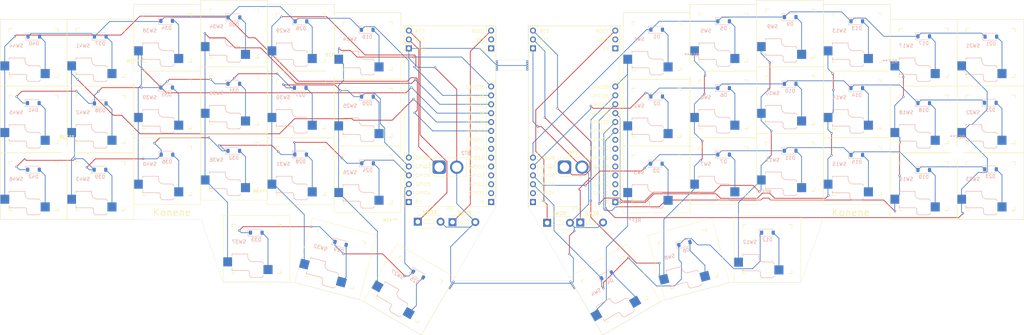
<source format=kicad_pcb>
(kicad_pcb (version 20241229) (generator "pcbnew") (generator_version "9.0")
  (layers (0 "F.Cu" signal) (2 "B.Cu" signal) (13 "F.Paste" user) (15 "B.Paste" user) (5 "F.SilkS" user "F.Silkscreen") (7 "B.SilkS" user "B.Silkscreen") (1 "F.Mask" user) (3 "B.Mask" user) (25 "Edge.Cuts" user))
  (net 0 "")
  (net 1 "GND")
  (net 2 "+BATT")
  (net 3 "row1")
  (net 4 "Net-(D1-A)")
  (net 5 "row2")
  (net 6 "Net-(D2-A)")
  (net 7 "row3")
  (net 8 "Net-(D3-A)")
  (net 9 "row4")
  (net 10 "Net-(D4-A)")
  (net 11 "Net-(D5-A)")
  (net 12 "Net-(D6-A)")
  (net 13 "Net-(D7-A)")
  (net 14 "Net-(D8-A)")
  (net 15 "Net-(D9-A)")
  (net 16 "Net-(D10-A)")
  (net 17 "Net-(D11-A)")
  (net 18 "Net-(D12-A)")
  (net 19 "Net-(D13-A)")
  (net 20 "Net-(D14-A)")
  (net 21 "Net-(D15-A)")
  (net 22 "Net-(D17-A)")
  (net 23 "Net-(D18-A)")
  (net 24 "Net-(D19-A)")
  (net 25 "Net-(D21-A)")
  (net 26 "Net-(D22-A)")
  (net 27 "Net-(D23-A)")
  (net 28 "col1")
  (net 29 "col2")
  (net 30 "col3")
  (net 31 "col4")
  (net 32 "res")
  (net 33 "col5")
  (net 34 "boot")
  (net 35 "col6")
  (net 48 "Net-(D16-A)")
  (net 49 "Net-(D20-A)")
  (net 50 "Net-(D24-A)")
  (net 51 "Net-(D25-A)")
  (net 52 "Net-(D26-A)")
  (net 53 "Net-(D27-A)")
  (net 54 "Net-(D28-A)")
  (net 55 "Net-(D29-A)")
  (net 56 "Net-(D30-A)")
  (net 57 "Net-(D31-A)")
  (net 58 "Net-(D32-A)")
  (net 59 "Net-(D33-A)")
  (net 60 "Net-(D34-A)")
  (net 61 "Net-(D35-A)")
  (net 62 "Net-(D36-A)")
  (net 63 "Net-(D37-A)")
  (net 64 "Net-(D38-A)")
  (net 65 "Net-(D39-A)")
  (net 66 "Net-(D40-A)")
  (net 67 "Net-(D41-A)")
  (net 68 "Net-(D42-A)")
  (footprint "Library:Kailh_socket_PG1350" (layer "F.Cu") (at 115.96 98.66)
    (property "Reference" "SW31")
    (property "Value" "SW_Push")
  )
  (footprint "Library:Kailh_socket_PG1350" (layer "F.Cu") (at 39.76 83.91)
    (property "Reference" "SW45")
    (property "Value" "SW_Push")
  )
  (footprint "Button_Switch_THT:SW_PUSH_1P1T_6x3.5mm_H4.3_APEM_MJTP1243" (layer "F.Cu") (at 149.35 113.14)
    (property "Reference" "SW33")
    (property "Value" "SW_Push")
  )
  (footprint "Library:Kailh_socket_PG1350" (layer "F.Cu") (at 135.01 62.96)
    (property "Reference" "SW24")
    (property "Value" "SW_Push")
  )
  (footprint "Library:Kailh_socket_PG1350" (layer "F.Cu") (at 274.64 79.61)
    (property "Reference" "SW14")
    (property "Value" "SW_Push")
  )
  (footprint "MountingHole:MountingHole_3.5mm" (layer "F.Cu") (at 141.6 117.2)
    (property "Reference" "REF**")
    (property "Value" "MountingHole_3.5mm")
  )
  (footprint "Library:Kailh_socket_PG1350" (layer "F.Cu") (at 146.878767 132.469649 -30)
    (property "Reference" "SW27")
    (property "Value" "SW_Push")
  )
  (footprint "Library:Kailh_socket_PG1350" (layer "F.Cu") (at 39.76 64.86)
    (property "Reference" "SW44")
    (property "Value" "SW_Push")
  )
  (footprint "Connector_AMASS:AMASS_XT30U-M_1x02_P5.0mm_Vertical" (layer "F.Cu") (at 191.21 97.56)
    (property "Reference" "BT1")
    (property "Value" "Battery_Cell")
  )
  (footprint "Library:Kailh_socket_PG1350" (layer "F.Cu") (at 226.572408 123.833505 15)
    (property "Reference" "SW8")
    (property "Value" "SW_Push")
  )
  (footprint "Library:Kailh_socket_PG1350" (layer "F.Cu") (at 125.916566 123.765109 -15)
    (property "Reference" "SW32")
    (property "Value" "SW_Push")
  )
  (footprint "Library:Kailh_socket_PG1350" (layer "F.Cu") (at 96.91 97.46)
    (property "Reference" "SW36")
    (property "Value" "SW_Push")
  )
  (footprint "Library:Kailh_socket_PG1350" (layer "F.Cu") (at 135.01 101.06)
    (property "Reference" "SW26")
    (property "Value" "SW_Push")
  )
  (footprint "Connector_AMASS:AMASS_XT30U-M_1x02_P5.0mm_Vertical" (layer "F.Cu") (at 155.46 97.56)
    (property "Reference" "BT2")
    (property "Value" "Battery_Cell")
  )
  (footprint "Library:Kailh_socket_PG1350" (layer "F.Cu") (at 205.54686 132.51 30)
    (property "Reference" "SW4")
    (property "Value" "SW_Push")
  )
  (footprint "Library:Kailh_socket_PG1350" (layer "F.Cu") (at 249.11 120.96)
    (property "Reference" "SW12")
    (property "Value" "SW_Push")
  )
  (footprint "Library:Kailh_socket_PG1350" (layer "F.Cu") (at 77.86 98.66)
    (property "Reference" "SW40")
    (property "Value" "SW_Push")
  )
  (footprint "Library:esp32_displaykit_s3" (layer "F.Cu") (at 158.54 108.77 180)
    (property "Reference" "U2")
    (property "Value" "~")
  )
  (footprint "Library:Kailh_socket_PG1350" (layer "F.Cu") (at 115.96 79.61)
    (property "Reference" "SW30")
    (property "Value" "SW_Push")
  )
  (footprint "Library:Kailh_socket_PG1350" (layer "F.Cu") (at 274.64 60.56)
    (property "Reference" "SW13")
    (property "Value" "SW_Push")
  )
  (footprint "Library:Kailh_socket_PG1350" (layer "F.Cu") (at 58.81 64.86)
    (property "Reference" "SW41")
    (property "Value" "SW_Push")
  )
  (footprint "Library:Kailh_socket_PG1350" (layer "F.Cu") (at 115.96 60.56)
    (property "Reference" "SW29")
    (property "Value" "SW_Push")
  )
  (footprint "Library:Kailh_socket_PG1350" (layer "F.Cu") (at 312.76 83.91)
    (property "Reference" "SW22")
    (property "Value" "SW_Push")
  )
  (footprint "Library:Kailh_socket_PG1350" (layer "F.Cu") (at 217.49 101.06)
    (property "Reference" "SW3")
    (property "Value" "SW_Push")
  )
  (footprint "MountingHole:MountingHole_3.5mm" (layer "F.Cu") (at 125 70)
    (property "Reference" "REF**")
    (property "Value" "MountingHole_3.5mm")
  )
  (footprint "Library:Kailh_socket_PG1350" (layer "F.Cu") (at 58.81 83.91)
    (property "Reference" "SW42")
    (property "Value" "SW_Push")
  )
  (footprint "Library:Kailh_socket_PG1350" (layer "F.Cu") (at 96.91 78.41)
    (property "Reference" "SW35")
    (property "Value" "SW_Push")
  )
  (footprint "Library:Kailh_socket_PG1350" (layer "F.Cu") (at 293.71 102.96)
    (property "Reference" "SW19")
    (property "Value" "SW_Push")
  )
  (footprint "Library:Kailh_socket_PG1350" (layer "F.Cu") (at 77.86 60.56)
    (property "Reference" "SW38")
    (property "Value" "SW_Push")
  )
  (footprint "Library:Kailh_socket_PG1350" (layer "F.Cu") (at 293.71 64.86)
    (property "Reference" "SW17")
    (property "Value" "SW_Push")
  )
  (footprint "MountingHole:MountingHole_3.5mm" (layer "F.Cu") (at 68.4 71.8)
    (property "Reference" "REF**")
    (property "Value" "MountingHole_3.5mm")
  )
  (footprint "Library:Kailh_socket_PG1350" (layer "F.Cu") (at 255.59 97.46)
    (property "Reference" "SW11")
    (property "Value" "SW_Push")
  )
  (footprint "Library:Kailh_socket_PG1350" (layer "F.Cu") (at 255.59 59.36)
    (property "Reference" "SW9")
    (property "Value" "SW_Push")
  )
  (footprint "Library:Kailh_socket_PG1350" (layer "F.Cu") (at 217.49 62.96)
    (property "Reference" "SW1")
    (property "Value" "SW_Push")
  )
  (footprint "Library:Kailh_socket_PG1350" (layer "F.Cu") (at 312.76 102.96)
    (property "Reference" "SW23")
    (property "Value" "SW_Push")
  )
  (footprint "Library:esp32_displaykit_s3" (layer "F.Cu") (at 193.96 108.77 180)
    (property "Reference" "U1")
    (property "Value" "~")
  )
  (footprint "Button_Switch_THT:SW_PUSH_1P1T_6x3.5mm_H4.3_APEM_MJTP1243" (layer "F.Cu") (at 159.26 113.25)
    (property "Reference" "SW28")
    (property "Value" "SW_Push")
  )
  (footprint "Library:Kailh_socket_PG1350" (layer "F.Cu") (at 39.76 102.96)
    (property "Reference" "SW46")
    (property "Value" "SW_Push")
  )
  (footprint "Button_Switch_THT:SW_PUSH_1P1T_6x3.5mm_H4.3_APEM_MJTP1243" (layer "F.Cu") (at 195.71 113.36)
    (property "Reference" "SW16")
    (property "Value" "SW_Push")
  )
  (footprint "Library:Kailh_socket_PG1350" (layer "F.Cu") (at 236.54 79.61)
    (property "Reference" "SW6")
    (property "Value" "SW_Push")
  )
  (footprint "Library:Kailh_socket_PG1350" (layer "F.Cu") (at 236.54 60.56)
    (property "Reference" "SW5")
    (property "Value" "SW_Push")
  )
  (footprint "Library:Kailh_socket_PG1350" (layer "F.Cu") (at 217.49 82.01)
    (property "Reference" "SW2")
    (property "Value" "SW_Push")
  )
  (footprint "Library:Kailh_socket_PG1350" (layer "F.Cu") (at 58.81 102.96)
    (property "Reference" "SW43")
    (property "Value" "SW_Push")
  )
  (footprint "Library:Kailh_socket_PG1350" (layer "F.Cu") (at 135.01 82.01)
    (property "Reference" "SW25")
    (property "Value" "SW_Push")
  )
  (footprint "Library:Kailh_socket_PG1350" (layer "F.Cu") (at 77.86 79.61)
    (property "Reference" "SW39")
    (property "Value" "SW_Push")
  )
  (footprint "MountingHole:MountingHole_3.5mm" (layer "F.Cu") (at 104.4 109)
    (property "Reference" "REF**")
    (property "Value" "MountingHole_3.5mm")
  )
  (footprint "Library:Kailh_socket_PG1350" (layer "F.Cu") (at 274.64 98.66)
    (property "Reference" "SW15")
    (property "Value" "SW_Push")
  )
  (footprint "Button_Switch_THT:SW_PUSH_1P1T_6x3.5mm_H4.3_APEM_MJTP1243" (layer "F.Cu") (at 186.26 113.46)
    (property "Reference" "SW20")
    (property "Value" "SW_Push")
  )
  (footprint "Library:Kailh_socket_PG1350" (layer "F.Cu") (at 236.54 98.66)
    (property "Reference" "SW7")
    (property "Value" "SW_Push")
  )
  (footprint "Library:Kailh_socket_PG1350" (layer "F.Cu") (at 103.34 120.86)
    (property "Reference" "SW37")
    (property "Value" "SW_Push")
  )
  (footprint "Library:Kailh_socket_PG1350" (layer "F.Cu") (at 255.59 78.41)
    (property "Reference" "SW10")
    (property "Value" "SW_Push")
  )
  (footprint "Library:Kailh_socket_PG1350" (layer "F.Cu") (at 312.76 64.86)
    (property "Reference" "SW21")
    (property "Value" "SW_Push")
  )
  (footprint "Library:Kailh_socket_PG1350" (layer "F.Cu") (at 293.71 83.91)
    (property "Reference" "SW18")
    (property "Value" "SW_Push")
  )
  (footprint "MountingHole:MountingHole_3.5mm" (layer "F.Cu") (at 49.2 93.4)
    (property "Reference" "REF**")
    (property "Value" "MountingHole_3.5mm")
  )
  (footprint "Library:Kailh_socket_PG1350" (layer "F.Cu") (at 96.91 59.36)
    (property "Reference" "SW34")
    (property "Value" "SW_Push")
  )
  (footprint "Diode_SMD:D_SOD-123" (layer "B.Cu") (at 96.8975 54.76)
    (property "Reference" "D30")
    (property "Value" "D")
  )
  (footprint "Diode_SMD:D_SOD-123" (layer "B.Cu") (at 203.21 128.46 30)
    (property "Reference" "D4")
    (property "Value" "D")
  )
  (footprint "Diode_SMD:D_SOD-123" (layer "B.Cu") (at 58.67 98.29)
    (property "Reference" "D39")
    (property "Value" "D")
  )
  (footprint "Diode_SMD:D_SOD-123" (layer "B.Cu") (at 39.7 98.26)
    (property "Reference" "D42")
    (property "Value" "D")
  )
  (footprint "Diode_SMD:D_SOD-123" (layer "B.Cu") (at 312.71 79.16)
    (property "Reference" "D22")
    (property "Value" "D")
  )
  (footprint "Diode_SMD:D_SOD-123" (layer "B.Cu") (at 135.02 96.45)
    (property "Reference" "D24")
    (property "Value" "D")
  )
  (footprint "Diode_SMD:D_SOD-123" (layer "B.Cu") (at 134.98 77.39)
    (property "Reference" "D20")
    (property "Value" "D")
  )
  (footprint "Diode_SMD:D_SOD-123" (layer "B.Cu") (at 39.8 60.22)
    (property "Reference" "D40")
    (property "Value" "D")
  )
  (footprint "Diode_SMD:D_SOD-123" (layer "B.Cu") (at 274.61 94.06)
    (property "Reference" "D15")
    (property "Value" "D")
  )
  (footprint "Diode_SMD:D_SOD-123" (layer "B.Cu") (at 116.01 55.9)
    (property "Reference" "D26")
    (property "Value" "D")
  )
  (footprint "Diode_SMD:D_SOD-123" (layer "B.Cu") (at 312.86 60.26)
    (property "Reference" "D21")
    (property "Value" "D")
  )
  (footprint "Diode_SMD:D_SOD-123" (layer "B.Cu") (at 249.11 116.26)
    (property "Reference" "D12")
    (property "Value" "D")
  )
  (footprint "MountingHole:MountingHole_3.5mm" (layer "B.Cu") (at 303.31 93.44 180)
    (property "Reference" "REF**")
    (property "Value" "MountingHole_3.5mm")
  )
  (footprint "Diode_SMD:D_SOD-123" (layer "B.Cu") (at 255.61 54.66)
    (property "Reference" "D9")
    (property "Value" "D")
  )
  (footprint "Diode_SMD:D_SOD-123" (layer "B.Cu") (at 217.51 58.26)
    (property "Reference" "D1")
    (property "Value" "D")
  )
  (footprint "Diode_SMD:D_SOD-123" (layer "B.Cu") (at 58.75 79.34)
    (property "Reference" "D38")
    (property "Value" "D")
  )
  (footprint "Diode_SMD:D_SOD-123" (layer "B.Cu") (at 39.65 79.24)
    (property "Reference" "D41")
    (property "Value" "D")
  )
  (footprint "Diode_SMD:D_SOD-123" (layer "B.Cu") (at 274.61 55.86)
    (property "Reference" "D13")
    (property "Value" "D")
  )
  (footprint "Diode_SMD:D_SOD-123" (layer "B.Cu") (at 96.85 92.89)
    (property "Reference" "D32")
    (property "Value" "D")
  )
  (footprint "Diode_SMD:D_SOD-123" (layer "B.Cu") (at 274.61 74.96)
    (property "Reference" "D14")
    (property "Value" "D")
  )
  (footprint "Diode_SMD:D_SOD-123" (layer "B.Cu") (at 236.61 55.86)
    (property "Reference" "D5")
    (property "Value" "D")
  )
  (footprint "Diode_SMD:D_SOD-123" (layer "B.Cu") (at 96.85 73.72)
    (property "Reference" "D31")
    (property "Value" "D")
  )
  (footprint "Diode_SMD:D_SOD-123" (layer "B.Cu") (at 312.76 98.16)
    (property "Reference" "D23")
    (property "Value" "D")
  )
  (footprint "Diode_SMD:D_SOD-123" (layer "B.Cu") (at 255.61 73.76)
    (property "Reference" "D10")
    (property "Value" "D")
  )
  (footprint "Diode_SMD:D_SOD-123" (layer "B.Cu") (at 103.2675 116.27)
    (property "Reference" "D33")
    (property "Value" "D")
  )
  (footprint "MountingHole:MountingHole_3.5mm" (layer "B.Cu") (at 284.11 71.84 180)
    (property "Reference" "REF**")
    (property "Value" "MountingHole_3.5mm")
  )
  (footprint "Diode_SMD:D_SOD-123" (layer "B.Cu") (at 127.32 119.33 -15)
    (property "Reference" "D29")
    (property "Value" "D")
  )
  (footprint "MountingHole:MountingHole_3.5mm" (layer "B.Cu") (at 227.51 70.04 180)
    (property "Reference" "REF**")
    (property "Value" "MountingHole_3.5mm")
  )
  (footprint "Diode_SMD:D_SOD-123" (layer "B.Cu") (at 149.48 128.24 -30)
    (property "Reference" "D25")
    (property "Value" "D")
  )
  (footprint "Diode_SMD:D_SOD-123" (layer "B.Cu") (at 293.71 79.26)
    (property "Reference" "D18")
    (property "Value" "D")
  )
  (footprint "Diode_SMD:D_SOD-123" (layer "B.Cu") (at 77.7875 93.98)
    (property "Reference" "D36")
    (property "Value" "D")
  )
  (footprint "Diode_SMD:D_SOD-123" (layer "B.Cu") (at 217.41 96.56)
    (property "Reference" "D3")
    (property "Value" "D")
  )
  (footprint "Diode_SMD:D_SOD-123" (layer "B.Cu") (at 293.71 98.36)
    (property "Reference" "D19")
    (property "Value" "D")
  )
  (footprint "Diode_SMD:D_SOD-123" (layer "B.Cu") (at 236.61 74.96)
    (property "Reference" "D6")
    (property "Value" "D")
  )
  (footprint "MountingHole:MountingHole_3.5mm" (layer "B.Cu") (at 248.11 109.04 180)
    (property "Reference" "REF**")
    (property "Value" "MountingHole_3.5mm")
  )
  (footprint "Diode_SMD:D_SOD-123" (layer "B.Cu") (at 217.51 77.36)
    (property "Reference" "D2")
    (property "Value" "D")
  )
  (footprint "Diode_SMD:D_SOD-123" (layer "B.Cu") (at 115.81 74.89)
    (property "Reference" "D27")
    (property "Value" "D")
  )
  (footprint "MountingHole:MountingHole_3.5mm" (layer "B.Cu") (at 210.91 117.24 180)
    (property "Reference" "REF**")
    (property "Value" "MountingHole_3.5mm")
  )
  (footprint "Diode_SMD:D_SOD-123" (layer "B.Cu") (at 115.92 93.95)
    (property "Reference" "D28")
    (property "Value" "D")
  )
  (footprint "Diode_SMD:D_SOD-123" (layer "B.Cu") (at 255.61 92.86)
    (property "Reference" "D11")
    (property "Value" "D")
  )
  (footprint "Diode_SMD:D_SOD-123" (layer "B.Cu") (at 58.7575 60.22)
    (property "Reference" "D37")
    (property "Value" "D")
  )
  (footprint "Diode_SMD:D_SOD-123" (layer "B.Cu") (at 77.69 74.81)
    (property "Reference" "D35")
    (property "Value" "D")
  )
  (footprint "Diode_SMD:D_SOD-123" (layer "B.Cu") (at 293.71 60.16)
    (property "Reference" "D17")
    (property "Value" "D")
  )
  (footprint "Diode_SMD:D_SOD-123" (layer "B.Cu") (at 134.93 58.31)
    (property "Reference" "D16")
    (property "Value" "D")
  )
  (footprint "Diode_SMD:D_SOD-123" (layer "B.Cu") (at 236.61 93.96)
    (property "Reference" "D7")
    (property "Value" "D")
  )
  (footprint "Diode_SMD:D_SOD-123" (layer "B.Cu") (at 225.416222 119.387051 15)
    (property "Reference" "D8")
    (property "Value" "D")
  )
  (footprint "Diode_SMD:D_SOD-123" (layer "B.Cu") (at 77.69 55.75)
    (property "Reference" "D34")
    (property "Value" "D")
  )
  (gr_line (start 238.21 130.56) (end 239.61 130.46) (stroke (width 0.05)) (layer "Edge.Cuts"))
  (gr_line (start 106.465 49.835) (end 106.465 51.035) (stroke (width 0.05)) (layer "Edge.Cuts"))
  (gr_line (start 125.465 51.035) (end 125.465 53.435) (stroke (width 0.05)) (layer "Edge.Cuts"))
  (gr_line (start 180.81 57.06) (end 180.81 67) (stroke (width 0.05)) (layer "Edge.Cuts"))
  (gr_line (start 207.91 57.06) (end 180.81 57.06) (stroke (width 0.05)) (layer "Edge.Cuts"))
  (gr_line (start 264.91 112.56) (end 322.31 112.56) (stroke (width 0.05)) (layer "Edge.Cuts"))
  (gr_line (start 180.81 70) (end 180.81 108.66) (stroke (width 0.05)) (layer "Edge.Cuts"))
  (gr_line (start 133.765 135.935) (end 132.565 135.435) (stroke (width 0.05)) (layer "Edge.Cuts"))
  (gr_line (start 68.265 55.335) (end 68.265 51.035) (stroke (width 0.05)) (layer "Edge.Cuts"))
  (gr_line (start 132.565 135.435) (end 114.265 130.535) (stroke (width 0.05)) (layer "Edge.Cuts"))
  (gr_line (start 218.71 135.96) (end 219.91 135.46) (stroke (width 0.05)) (layer "Edge.Cuts"))
  (gr_line (start 171.665 108.635) (end 159.332358 130) (stroke (width 0.05)) (layer "Edge.Cuts"))
  (gr_line (start 87.565 112.535) (end 30.165 112.535) (stroke (width 0.05)) (layer "Edge.Cuts"))
  (gr_line (start 157.946992 132.4) (end 194.51 132.4) (stroke (width 0.05)) (layer "Edge.Cuts"))
  (gr_line (start 112.865 130.435) (end 93.765 130.435) (stroke (width 0.05)) (layer "Edge.Cuts"))
  (gr_line (start 125.465 53.435) (end 144.565 53.435) (stroke (width 0.05)) (layer "Edge.Cuts"))
  (gr_line (start 171.665 67) (end 180.81 67) (stroke (width 0.05)) (layer "Edge.Cuts"))
  (gr_line (start 246.01 49.86) (end 246.01 51.06) (stroke (width 0.05)) (layer "Edge.Cuts"))
  (gr_line (start 68.265 51.035) (end 87.365 51.035) (stroke (width 0.05)) (layer "Edge.Cuts"))
  (gr_line (start 171.665 70) (end 180.81 70) (stroke (width 0.05)) (layer "Edge.Cuts"))
  (gr_line (start 322.31 112.56) (end 322.31 55.36) (stroke (width 0.05)) (layer "Edge.Cuts"))
  (gr_line (start 194.51 132.4) (end 202.11 145.56) (stroke (width 0.05)) (layer "Edge.Cuts"))
  (gr_line (start 157.946992 132.4) (end 150.365 145.535) (stroke (width 0.05)) (layer "Edge.Cuts"))
  (gr_line (start 265.11 51.06) (end 265.11 49.86) (stroke (width 0.05)) (layer "Edge.Cuts"))
  (gr_line (start 284.21 55.36) (end 284.21 51.06) (stroke (width 0.05)) (layer "Edge.Cuts"))
  (gr_line (start 30.165 55.335) (end 68.265 55.335) (stroke (width 0.05)) (layer "Edge.Cuts"))
  (gr_line (start 150.365 145.535) (end 133.765 135.935) (stroke (width 0.05)) (layer "Edge.Cuts"))
  (gr_line (start 284.21 51.06) (end 265.11 51.06) (stroke (width 0.05)) (layer "Edge.Cuts"))
  (gr_line (start 180.81 108.66) (end 193.128211 130) (stroke (width 0.05)) (layer "Edge.Cuts"))
  (gr_line (start 87.365 51.035) (end 87.365 49.835) (stroke (width 0.05)) (layer "Edge.Cuts"))
  (gr_line (start 87.365 49.835) (end 106.465 49.835) (stroke (width 0.05)) (layer "Edge.Cuts"))
  (gr_line (start 219.91 135.46) (end 238.21 130.56) (stroke (width 0.05)) (layer "Edge.Cuts"))
  (gr_line (start 227.01 51.06) (end 227.01 53.46) (stroke (width 0.05)) (layer "Edge.Cuts"))
  (gr_line (start 159.330569 130) (end 193.128211 130) (stroke (width 0.05)) (layer "Edge.Cuts"))
  (gr_line (start 30.165 112.535) (end 30.165 55.335) (stroke (width 0.05)) (layer "Edge.Cuts"))
  (gr_line (start 114.265 130.535) (end 112.865 130.435) (stroke (width 0.05)) (layer "Edge.Cuts"))
  (gr_line (start 171.665 70) (end 171.665 108.635) (stroke (width 0.05)) (layer "Edge.Cuts"))
  (gr_line (start 322.31 55.36) (end 284.21 55.36) (stroke (width 0.05)) (layer "Edge.Cuts"))
  (gr_line (start 171.665 57.035) (end 171.665 67) (stroke (width 0.05)) (layer "Edge.Cuts"))
  (gr_line (start 227.01 53.46) (end 207.91 53.46) (stroke (width 0.05)) (layer "Edge.Cuts"))
  (gr_line (start 258.71 130.46) (end 264.91 112.56) (stroke (width 0.05)) (layer "Edge.Cuts"))
  (gr_line (start 265.11 49.86) (end 246.01 49.86) (stroke (width 0.05)) (layer "Edge.Cuts"))
  (gr_line (start 246.01 51.06) (end 227.01 51.06) (stroke (width 0.05)) (layer "Edge.Cuts"))
  (gr_line (start 144.565 53.435) (end 144.565 57.035) (stroke (width 0.05)) (layer "Edge.Cuts"))
  (gr_line (start 106.465 51.035) (end 125.465 51.035) (stroke (width 0.05)) (layer "Edge.Cuts"))
  (gr_line (start 207.91 53.46) (end 207.91 57.06) (stroke (width 0.05)) (layer "Edge.Cuts"))
  (gr_line (start 202.11 145.56) (end 218.71 135.96) (stroke (width 0.05)) (layer "Edge.Cuts"))
  (gr_line (start 93.765 130.435) (end 87.565 112.535) (stroke (width 0.05)) (layer "Edge.Cuts"))
  (gr_line (start 144.565 57.035) (end 171.665 57.035) (stroke (width 0.05)) (layer "Edge.Cuts"))
  (gr_line (start 239.61 130.46) (end 258.71 130.46) (stroke (width 0.05)) (layer "Edge.Cuts"))
  (gr_text "Konene" (at 73.63 111.66 0) (layer "F.SilkS") (effects (font (size 2 2) (thickness 0.2)) (justify left bottom)))
  (gr_text "Konene" (at 267.31 111.66 0) (layer "F.SilkS") (effects (font (size 2 2) (thickness 0.2)) (justify left bottom)))
  (segment (start 154.3 69.17) (end 160.46 75.33) (width 0.2) (layer "F.Cu") (net 1))
  (segment (start 183.61 85.96) (end 184.61 85.96) (width 0.2) (layer "F.Cu") (net 1))
  (segment (start 160.46 75.33) (end 160.46 97.56) (width 0.2) (layer "F.Cu") (net 1))
  (segment (start 192.6 122.4) (end 192.6 117.2) (width 0.2) (layer "F.Cu") (net 1))
  (segment (start 192.6 117.2) (end 194 115.8) (width 0.2) (layer "F.Cu") (net 1))
  (segment (start 184.61 85.96) (end 196.21 97.56) (width 0.2) (layer "F.Cu") (net 1))
  (segment (start 154.3 69.06) (end 154.3 69.17) (width 0.2) (layer "F.Cu") (net 1))
  (via (at 180.6 69.1) (size 0.6) (drill 0.3) (layers "F.Cu" "B.Cu") (net 1))
  (via (at 180.6 69.7) (size 0.6) (drill 0.3) (layers "F.Cu" "B.Cu") (net 1))
  (via (at 158.756142 131.635302) (size 0.6) (drill 0.3) (layers "F.Cu" "B.Cu") (net 1))
  (via (at 180.6 67.9) (size 0.6) (drill 0.3) (layers "F.Cu" "B.Cu") (net 1))
  (via (at 171.9 69.1) (size 0.6) (drill 0.3) (layers "F.Cu" "B.Cu") (net 1))
  (via (at 159.023814 131.190669) (size 0.6) (drill 0.3) (layers "F.Cu" "B.Cu") (net 1))
  (via (at 171.9 67.3) (size 0.6) (drill 0.3) (layers "F.Cu" "B.Cu") (net 1))
  (via (at 192.938471 130.292717) (size 0.6) (drill 0.3) (layers "F.Cu" "B.Cu") (net 1))
  (via (at 194 115.8) (size 0.6) (drill 0.3) (layers "F.Cu" "B.Cu") (net 1))
  (via (at 171.9 68.5) (size 0.6) (drill 0.3) (layers "F.Cu" "B.Cu") (net 1))
  (via (at 193.996101 132.106101) (size 0.6) (drill 0.3) (layers "F.Cu" "B.Cu") (net 1))
  (via (at 154.3 69.06) (size 0.6) (drill 0.3) (layers "F.Cu" "B.Cu") (net 1))
  (via (at 193.74 131.64) (size 0.6) (drill 0.3) (layers "F.Cu" "B.Cu") (net 1))
  (via (at 193.473816 131.186444) (size 0.6) (drill 0.3) (layers "F.Cu" "B.Cu") (net 1))
  (via (at 183.61 85.96) (size 0.6) (drill 0.3) (layers "F.Cu" "B.Cu") (net 1))
  (via (at 180.6 68.5) (size 0.6) (drill 0.3) (layers "F.Cu" "B.Cu") (net 1))
  (via (at 159.289998 130.737113) (size 0.6) (drill 0.3) (layers "F.Cu" "B.Cu") (net 1))
  (via (at 192.6 122.4) (size 0.6) (drill 0.3) (layers "F.Cu" "B.Cu") (net 1))
  (via (at 193.206144 130.741811) (size 0.6) (drill 0.3) (layers "F.Cu" "B.Cu") (net 1))
  (via (at 180.6 67.3) (size 0.6) (drill 0.3) (layers "F.Cu" "B.Cu") (net 1))
  (via (at 158.488469 132.084396) (size 0.6) (drill 0.3) (layers "F.Cu" "B.Cu") (net 1))
  (via (at 171.9 69.7) (size 0.6) (drill 0.3) (layers "F.Cu" "B.Cu") (net 1))
  (via (at 171.9 67.9) (size 0.6) (drill 0.3) (layers "F.Cu" "B.Cu") (net 1))
  (via (at 159.546099 130.271012) (size 0.6) (drill 0.3) (layers "F.Cu" "B.Cu") (net 1))
  (segment (start 198.109999 99.459999) (end 198.109999 108.110001) (width 0.2) (layer "B.Cu") (net 1))
  (segment (start 192.76 113.46) (end 194.086 114.786) (width 0.2) (layer "B.Cu") (net 1))
  (segment (start 193.258189 130.741811) (end 193.729211 130.270789) (width 0.2) (layer "B.Cu") (net 1))
  (segment (start 158.729569 130.248942) (end 159.21774 130.737113) (width 0.2) (layer "B.Cu") (net 1))
  (segment (start 157.386 114.676) (end 155.85 113.14) (width 0.2) (layer "B.Cu") (net 1))
  (segment (start 165.76 113.25) (end 158.729569 120.280431) (width 0.2) (layer "B.Cu") (net 1))
  (segment (start 193.201446 130.737113) (end 193.206144 130.741811) (width 0.2) (layer "B.Cu") (net 1))
  (segment (start 146.79 63.6) (end 167 63.6) (width 0.2) (layer "B.Cu") (net 1))
  (segment (start 194 115.8) (end 194 114.7) (width 0.2) (layer "B.Cu") (net 1))
  (segment (start 198.109999 108.110001) (end 192.76 113.46) (width 0.2) (layer "B.Cu") (net 1))
  (segment (start 146.79 66.45) (end 149.4 69.06) (width 0.2) (layer "B.Cu") (net 1))
  (segment (start 160.46 97.56) (end 160.46 107.95) (width 0.2) (layer "B.Cu") (net 1))
  (segment (start 193.729211 130.270789) (end 193.729211 123.529211) (width 0.2) (layer "B.Cu") (net 1))
  (segment (start 182.21 63.6) (end 182.21 84.56) (width 0.2) (layer "B.Cu") (net 1))
  (segment (start 196.21 97.56) (end 198.109999 99.459999) (width 0.2) (layer "B.Cu") (net 1))
  (segment (start 200.784 114.786) (end 202.21 113.36) (width 0.2) (layer "B.Cu") (net 1))
  (segment (start 194.086 114.786) (end 200.784 114.786) (width 0.2) (layer "B.Cu") (net 1))
  (segment (start 149.4 69.06) (end 154.3 69.06) (width 0.2) (layer "B.Cu") (net 1))
  (segment (start 159.21774 130.737113) (end 159.289998 130.737113) (width 0.2) (layer "B.Cu") (net 1))
  (segment (start 159.289998 130.737113) (end 193.201446 130.737113) (width 0.2) (layer "B.Cu") (net 1))
  (segment (start 158.729569 120.280431) (end 158.729569 130.248942) (width 0.2) (layer "B.Cu") (net 1))
  (segment (start 167 63.6) (end 171.9 68.5) (width 0.2) (layer "B.Cu") (net 1))
  (segment (start 171.9 68.5) (end 180.6 68.5) (width 0.2) (layer "B.Cu") (net 1))
  (segment (start 193.729211 123.529211) (end 192.6 122.4) (width 0.2) (layer "B.Cu") (net 1))
  (segment (start 146.79 63.6) (end 146.79 66.45) (width 0.2) (layer "B.Cu") (net 1))
  (segment (start 193.206144 130.741811) (end 193.258189 130.741811) (width 0.2) (layer "B.Cu") (net 1))
  (segment (start 164.334 114.676) (end 157.386 114.676) (width 0.2) (layer "B.Cu") (net 1))
  (segment (start 160.46 107.95) (end 165.76 113.25) (width 0.2) (layer "B.Cu") (net 1))
  (segment (start 194 114.7) (end 192.76 113.46) (width 0.2) (layer "B.Cu") (net 1))
  (segment (start 182.21 84.56) (end 183.61 85.96) (width 0.2) (layer "B.Cu") (net 1))
  (segment (start 165.76 113.25) (end 164.334 114.676) (width 0.2) (layer "B.Cu") (net 1))
  (segment (start 198.411 96.161) (end 198.411 98.471685) (width 0.2) (layer "F.Cu") (net 2))
  (segment (start 198.411 98.471685) (end 197.121685 99.761) (width 0.2) (layer "F.Cu") (net 2))
  (segment (start 149.612 91.712) (end 155.46 97.56) (width 0.2) (layer "F.Cu") (net 2))
  (segment (start 149.612 63.882) (end 149.612 91.712) (width 0.2) (layer "F.Cu") (net 2))
  (segment (start 193.411 99.761) (end 191.21 97.56) (width 0.2) (layer "F.Cu") (net 2))
  (segment (start 185.61 83.36) (end 198.411 96.161) (width 0.2) (layer "F.Cu") (net 2))
  (segment (start 197.121685 99.761) (end 193.411 99.761) (width 0.2) (layer "F.Cu") (net 2))
  (segment (start 146.79 61.06) (end 149.612 63.882) (width 0.2) (layer "F.Cu") (net 2))
  (via (at 185.61 83.36) (size 0.6) (drill 0.3) (layers "F.Cu" "B.Cu") (net 2))
  (segment (start 182.21 61.06) (end 185.61 64.46) (width 0.2) (layer "B.Cu") (net 2))
  (segment (start 185.61 64.46) (end 185.61 83.36) (width 0.2) (layer "B.Cu") (net 2))
  (segment (start 270.26 53.16) (end 255.46 53.16) (width 0.2) (layer "B.Cu") (net 3))
  (segment (start 236.16 54.66) (end 234.96 55.86) (width 0.2) (layer "B.Cu") (net 3))
  (segment (start 115.261 54.999) (end 114.36 55.9) (width 0.2) (layer "B.Cu") (net 3))
  (segment (start 292.961 59.259) (end 292.06 60.16) (width 0.2) (layer "B.Cu") (net 3))
  (segment (start 77.03 54.76) (end 76.04 55.75) (width 0.2) (layer "B.Cu") (net 3))
  (segment (start 234.96 55.86) (end 218.26 55.86) (width 0.2) (layer "B.Cu") (net 3))
  (segment (start 292.06 60.16) (end 282.31 60.16) (width 0.2) (layer "B.Cu") (net 3))
  (segment (start 129.969 54.999) (end 115.261 54.999) (width 0.2) (layer "B.Cu") (net 3))
  (segment (start 218.26 55.86) (end 215.86 58.26) (width 0.2) (layer "B.Cu") (net 3))
  (segment (start 311.21 60.26) (end 310.209 59.259) (width 0.2) (layer "B.Cu") (net 3))
  (segment (start 277.109 54.959) (end 273.861 54.959) (width 0.2) (layer "B.Cu") (net 3))
  (segment (start 255.46 53.16) (end 253.96 54.66) (width 0.2) (layer "B.Cu") (net 3))
  (segment (start 39.051 59.319) (end 38.15 60.22) (width 0.2) (layer "B.Cu") (net 3))
  (segment (start 282.31 60.16) (end 277.109 54.959) (width 0.2) (layer "B.Cu") (net 3))
  (segment (start 310.209 59.259) (end 292.961 59.259) (width 0.2) (layer "B.Cu") (net 3))
  (segment (start 110.1 51.64) (end 98.3675 51.64) (width 0.2) (layer "B.Cu") (net 3))
  (segment (start 253.96 54.66) (end 236.16 54.66) (width 0.2) (layer "B.Cu") (net 3))
  (segment (start 95.2475 54.76) (end 77.03 54.76) (width 0.2) (layer "B.Cu") (net 3))
  (segment (start 134.181 57.409) (end 137.02911 57.409) (width 0.2) (layer "B.Cu") (net 3))
  (segment (start 182.21 94.82) (end 182.21 90.66) (width 0.2) (layer "B.Cu") (net 3))
  (segment (start 214.61 58.26) (end 215.86 58.26) (width 0.2) (layer "B.Cu") (net 3))
  (segment (start 272.96 55.86) (end 270.26 53.16) (width 0.2) (layer "B.Cu") (net 3))
  (segment (start 57.1075 60.22) (end 56.2065 59.319) (width 0.2) (layer "B.Cu") (net 3))
  (segment (start 75.854 55.936) (end 61.3915 55.936) (width 0.2) (layer "B.Cu") (net 3))
  (segment (start 114.36 55.9) (end 110.1 51.64) (width 0.2) (layer "B.Cu") (net 3))
  (segment (start 56.2065 59.319) (end 39.051 59.319) (width 0.2) (layer "B.Cu") (net 3))
  (segment (start 61.3915 55.936) (end 57.1075 60.22) (width 0.2) (layer "B.Cu") (net 3))
  (segment (start 182.21 90.66) (end 214.61 58.26) (width 0.2) (layer "B.Cu") (net 3))
  (segment (start 146.79 67.16989) (end 146.79 94.82) (width 0.2) (layer "B.Cu") (net 3))
  (segment (start 76.04 55.75) (end 75.854 55.936) (width 0.2) (layer "B.Cu") (net 3))
  (segment (start 133.28 58.31) (end 134.181 57.409) (width 0.2) (layer "B.Cu") (net 3))
  (segment (start 133.28 58.31) (end 129.969 54.999) (width 0.2) (layer "B.Cu") (net 3))
  (segment (start 98.3675 51.64) (end 95.2475 54.76) (width 0.2) (layer "B.Cu") (net 3))
  (segment (start 273.861 54.959) (end 272.96 55.86) (width 0.2) (layer "B.Cu") (net 3))
  (segment (start 137.02911 57.409) (end 146.79 67.16989) (width 0.2) (layer "B.Cu") (net 3))
  (segment (start 220.765 59.865) (end 219.16 58.26) (width 0.2) (layer "B.Cu") (net 4))
  (segment (start 220.765 68.91) (end 220.765 59.865) (width 0.2) (layer "B.Cu") (net 4))
  (segment (start 78.48 72.45) (end 77.9 73.03) (width 0.2) (layer "F.Cu") (net 5))
  (segment (start 199.381 80.731) (end 209.939 80.731) (width 0.2) (layer "F.Cu") (net 5))
  (segment (start 51.96 75.84) (end 36.38 75.84) (width 0.2) (layer "F.Cu") (net 5))
  (segment (start 90.2 72.45) (end 78.48 72.45) (width 0.2) (layer "F.Cu") (net 5))
  (segment (start 111.02 74.05) (end 110.92 73.95) (width 0.2) (layer "F.Cu") (net 5))
  (segment (start 36.38 75.84) (end 34.83 77.39) (width 0.2) (layer "F.Cu") (net 5))
  (segment (start 70.55 74.82) (end 59.28 74.82) (width 0.2) (layer "F.Cu") (net 5))
  (segment (start 125.695 74.05) (end 111.02 74.05) (width 0.2) (layer "F.Cu") (net 5))
  (segment (start 127.335 75.69) (end 125.695 74.05) (width 0.2) (layer "F.Cu") (net 5))
  (segment (start 209.939 80.731) (end 214.31 76.36) (width 0.2) (layer "F.Cu") (net 5))
  (segment (start 109.22 70.85) (end 98.19 70.85) (width 0.2) (layer "F.Cu") (net 5))
  (segment (start 98.19 70.85) (end 96.98 72.06) (width 0.2) (layer "F.Cu") (net 5))
  (segment (start 198.71 80.06) (end 199.381 80.731) (width 0.2) (layer "F.Cu") (net 5))
  (segment (start 59.28 74.82) (end 58.16 75.94) (width 0.2) (layer "F.Cu") (net 5))
  (via (at 96.98 72.06) (size 0.6) (drill 0.3) (layers "F.Cu" "B.Cu") (net 5))
  (via (at 214.31 76.36) (size 0.6) (drill 0.3) (layers "F.Cu" "B.Cu") (net 5))
  (via (at 58.16 75.94) (size 0.6) (drill 0.3) (layers "F.Cu" "B.Cu") (net 5))
  (via (at 109.22 70.85) (size 0.6) (drill 0.3) (layers "F.Cu" "B.Cu") (net 5))
  (via (at 127.335 75.69) (size 0.6) (drill 0.3) (layers "F.Cu" "B.Cu") (net 5))
  (via (at 90.2 72.45) (size 0.6) (drill 0.3) (layers "F.Cu" "B.Cu") (net 5))
  (via (at 198.71 80.06) (size 0.6) (drill 0.3) (layers "F.Cu" "B.Cu") (net 5))
  (via (at 51.96 75.84) (size 0.6) (drill 0.3) (layers "F.Cu" "B.Cu") (net 5))
  (via (at 34.83 77.39) (size 0.6) (drill 0.3) (layers "F.Cu" "B.Cu") (net 5))
  (via (at 110.92 73.95) (size 0.6) (drill 0.3) (layers "F.Cu" "B.Cu") (net 5))
  (via (at 77.9 73.03) (size 0.6) (drill 0.3) (layers "F.Cu" "B.Cu") (net 5))
  (via (at 70.55 74.82) (size 0.6) (drill 0.3) (layers "F.Cu" "B.Cu") (net 5))
  (segment (start 270.859 72.859) (end 254.861 72.859) (width 0.2) (layer "B.Cu") (net 5))
  (segment (start 77.9 73.03) (end 77.82 73.03) (width 0.2) (layer "B.Cu") (net 5))
  (segment (start 182.21 97.36) (end 198.71 80.86) (width 0.2) (layer "B.Cu") (net 5))
  (segment (start 55.46 79.34) (end 51.96 75.84) (width 0.2) (layer "B.Cu") (net 5))
  (segment (start 138.686 85.159) (end 139.886 86.359) (width 0.2) (layer "B.Cu") (net 5))
  (segment (start 272.96 74.96) (end 270.859 72.859) (width 0.2) (layer "B.Cu") (net 5))
  (segment (start 58.16 75.94) (end 57.1 77) (width 0.2) (layer "B.Cu") (net 5))
  (segment (start 214.31 76.36) (end 214.86 76.36) (width 0.2) (layer "B.Cu") (net 5))
  (segment (start 254.861 72.859) (end 253.96 73.76) (width 0.2) (layer "B.Cu") (net 5))
  (segment (start 131.1 77.39) (end 133.33 77.39) (width 0.2) (layer "B.Cu") (net 5))
  (segment (start 127.335 75.69) (end 129.4 75.69) (width 0.2) (layer "B.Cu") (net 5))
  (segment (start 218.26 74.96) (end 215.86 77.36) (width 0.2) (layer "B.Cu") (net 5))
  (segment (start 70.56 74.81) (end 70.55 74.82) (width 0.2) (layer "B.Cu") (net 5))
  (segment (start 96.98 72.06) (end 95.32 73.72) (width 0.2) (layer "B.Cu") (net 5))
  (segment (start 236.16 73.76) (end 234.96 74.96) (width 0.2) (layer "B.Cu") (net 5))
  (segment (start 38.21 79.03) (end 38 79.24) (width 0.2) (layer "B.Cu") (net 5))
  (segment (start 129.4 75.69) (end 131.1 77.39) (width 0.2) (layer "B.Cu") (net 5))
  (segment (start 111.86 74.89) (end 114.16 74.89) (width 0.2) (layer "B.Cu") (net 5))
  (segment (start 286.859 74.059) (end 273.861 74.059) (width 0.2) (layer "B.Cu") (net 5))
  (segment (start 114.16 74.89) (end 113.26 74.89) (width 0.2) (layer "B.Cu") (net 5))
  (segment (start 292.961 78.359) (end 292.06 79.26) (width 0.2) (layer "B.Cu") (net 5))
  (segment (start 76.04 74.81) (end 70.56 74.81) (width 0.2) (layer "B.Cu") (net 5))
  (segment (start 253.96 73.76) (end 236.16 73.76) (width 0.2) (layer "B.Cu") (net 5))
  (segment (start 198.71 80.86) (end 198.71 80.06) (width 0.2) (layer "B.Cu") (net 5))
  (segment (start 36.68 79.24) (end 38 79.24) (width 0.2) (layer "B.Cu") (net 5))
  (segment (start 95.2 73.72) (end 91.47 73.72) (width 0.2) (layer "B.Cu") (net 5))
  (segment (start 134.231 76.489) (end 137.07911 76.489) (width 0.2) (layer "B.Cu") (net 5))
  (segment (start 214.86 76.36) (end 215.86 77.36) (width 0.2) (layer "B.Cu") (net 5))
  (segment (start 113.26 74.89) (end 109.22 70.85) (width 0.2) (layer "B.Cu") (net 5))
  (segment (start 138.686 78.09589) (end 138.686 85.159) (width 0.2) (layer "B.Cu") (net 5))
  (segment (start 311.06 79.16) (end 310.259 78.359) (width 0.2) (layer "B.Cu") (net 5))
  (segment (start 292.06 79.26) (end 286.859 74.059) (width 0.2) (layer "B.Cu") (net 5))
  (segment (start 34.83 77.39) (end 36.68 79.24) (width 0.2) (layer "B.Cu") (net 5))
  (segment (start 139.886 86.359) (end 139.886 90.456) (width 0.2) (layer "B.Cu") (net 5))
  (segment (start 139.886 90.456) (end 146.79 97.36) (width 0.2) (layer "B.Cu") (net 5))
  (segment (start 95.32 73.72) (end 95.2 73.72) (width 0.2) (layer "B.Cu") (net 5))
  (segment (start 133.33 77.39) (end 134.231 76.489) (width 0.2) (layer "B.Cu") (net 5))
  (segment (start 273.861 74.059) (end 272.96 74.96) (width 0.2) (layer "B.Cu") (net 5))
  (segment (start 137.07911 76.489) (end 138.686 78.09589) (width 0.2) (layer "B.Cu") (net 5))
  (segment (start 234.96 74.96) (end 218.26 74.96) (width 0.2) (layer "B.Cu") (net 5))
  (segment (start 110.92 73.95) (end 111.86 74.89) (width 0.2) (layer "B.Cu") (net 5))
  (segment (start 57.1 79.34) (end 55.46 79.34) (width 0.2) (layer "B.Cu") (net 5))
  (segment (start 91.47 73.72) (end 90.2 72.45) (width 0.2) (layer "B.Cu") (net 5))
  (segment (start 77.82 73.03) (end 76.04 74.81) (width 0.2) (layer "B.Cu") (net 5))
  (segment (start 310.259 78.359) (end 292.961 78.359) (width 0.2) (layer "B.Cu") (net 5))
  (segment (start 57.1 77) (end 57.1 79.34) (width 0.2) (layer "B.Cu") (net 5))
  (segment (start 220.765 87.96) (end 220.765 78.965) (width 0.2) (layer "B.Cu") (net 6))
  (segment (start 220.765 78.965) (end 219.16 77.36) (width 0.2) (layer "B.Cu") (net 6))
  (segment (start 109.52 93.14) (end 107.68 91.3) (width 0.2) (layer "F.Cu") (net 7))
  (segment (start 37.15 95.13) (end 34.83 97.45) (width 0.2) (layer "F.Cu") (net 7))
  (segment (start 51.06 95.6) (end 51.53 95.13) (width 0.2) (layer "F.Cu") (net 7))
  (segment (start 70.94 95.18) (end 57.34 95.18) (width 0.2) (layer "F.Cu") (net 7))
  (segment (start 127.67 94.93) (end 123.22 90.48) (width 0.2) (layer "F.Cu") (net 7))
  (segment (start 57.34 95.18) (end 54.92 97.6) (width 0.2) (layer "F.Cu") (net 7))
  (segment (start 37.62 95.6) (end 51.06 95.6) (width 0.2) (layer "F.Cu") (net 7))
  (segment (start 75.73 89.13) (end 74.18 90.68) (width 0.2) (layer "F.Cu") (net 7))
  (segment (start 201.31 98.66) (end 213.21 98.66) (width 0.2) (layer "F.Cu") (net 7))
  (segment (start 213.21 98.66) (end 214.11 97.76) (width 0.2) (layer "F.Cu") (net 7))
  (segment (start 197.21 102.76) (end 201.31 98.66) (width 0.2) (layer "F.Cu") (net 7))
  (segment (start 37.15 95.13) (end 37.62 95.6) (width 0.2) (layer "F.Cu") (net 7))
  (segment (start 123.22 90.48) (end 114.11 90.48) (width 0.2) (layer "F.Cu") (net 7))
  (segment (start 107.68 91.3) (end 92.72 91.3) (width 0.2) (layer "F.Cu") (net 7))
  (segment (start 89.77 89.13) (end 75.73 89.13) (width 0.2) (layer "F.Cu") (net 7))
  (via (at 197.21 102.76) (size 0.6) (drill 0.3) (layers "F.Cu" "B.Cu") (net 7))
  (via (at 109.52 93.14) (size 0.6) (drill 0.3) (layers "F.Cu" "B.Cu") (net 7))
  (via (at 127.67 94.93) (size 0.6) (drill 0.3) (layers "F.Cu" "B.Cu") (net 7))
  (via (at 89.77 89.13) (size 0.6) (drill 0.3) (layers "F.Cu" "B.Cu") (net 7))
  (via (at 92.72 91.3) (size 0.6) (drill 0.3) (layers "F.Cu" "B.Cu") (net 7))
  (via (at 34.83 97.45) (size 0.6) (drill 0.3) (layers "F.Cu" "B.Cu") (net 7))
  (via (at 70.94 95.18) (size 0.6) (drill 0.3) (layers "F.Cu" "B.Cu") (net 7))
  (via (at 74.18 90.68) (size 0.6) (drill 0.3) (layers "F.Cu" "B.Cu") (net 7))
  (via (at 51.53 95.13) (size 0.6) (drill 0.3) (layers "F.Cu" "B.Cu") (net 7))
  (via (at 54.92 97.6) (size 0.6) (drill 0.3) (layers "F.Cu" "B.Cu") (net 7))
  (via (at 114.11 90.48) (size 0.6) (drill 0.3) (layers "F.Cu" "B.Cu") (net 7))
  (via (at 214.11 97.76) (size 0.6) (drill 0.3) (layers "F.Cu" "B.Cu") (net 7))
  (segment (start 57.02 98.29) (end 53.86 95.13) (width 0.2) (layer "B.Cu") (net 7))
  (segment (start 216.21 96.56) (end 215.76 96.56) (width 0.2) (layer "B.Cu") (net 7))
  (segment (start 234.96 93.96) (end 218.36 93.96) (width 0.2) (layer "B.Cu") (net 7))
  (segment (start 134.271 95.549) (end 142.439 95.549) (width 0.2) (layer "B.Cu") (net 7))
  (segment (start 292.06 98.36) (end 286.859 93.159) (width 0.2) (layer "B.Cu") (net 7))
  (segment (start 253.96 92.86) (end 236.06 92.86) (width 0.2) (layer "B.Cu") (net 7))
  (segment (start 270.859 91.959) (end 254.861 91.959) (width 0.2) (layer "B.Cu") (net 7))
  (segment (start 114.11 90.48) (end 114.11 90.77) (width 0.2) (layer "B.Cu") (net 7))
  (segment (start 215.31 96.56) (end 215.76 96.56) (width 0.2) (layer "B.Cu") (net 7))
  (segment (start 254.861 91.959) (end 253.96 92.86) (width 0.2) (layer "B.Cu") (net 7))
  (segment (start 94.5 92.89) (end 95.2 92.89) (width 0.2) (layer "B.Cu") (net 7))
  (segment (start 129.19 96.45) (end 127.67 94.93) (width 0.2) (layer "B.Cu") (net 7))
  (segment (start 142.439 95.549) (end 146.79 99.9) (width 0.2) (layer "B.Cu") (net 7))
  (segment (start 292.961 97.459) (end 292.06 98.36) (width 0.2) (layer "B.Cu") (net 7))
  (segment (start 55.61 98.29) (end 57.02 98.29) (width 0.2) (layer "B.Cu") (net 7))
  (segment (start 311.11 98.16) (end 310.409 97.459) (width 0.2) (layer "B.Cu") (net 7))
  (segment (start 92.91 91.3) (end 94.5 92.89) (width 0.2) (layer "B.Cu") (net 7))
  (segment (start 114.27 93.95) (end 110.33 93.95) (width 0.2) (layer "B.Cu") (net 7))
  (segment (start 34.83 97.45) (end 35.64 98.26) (width 0.2) (layer "B.Cu") (net 7))
  (segment (start 53.86 95.13) (end 51.53 95.13) (width 0.2) (layer "B.Cu") (net 7))
  (segment (start 95.2 92.89) (end 93.53 92.89) (width 0.2) (layer "B.Cu") (net 7))
  (segment (start 93.53 92.89) (end 89.77 89.13) (width 0.2) (layer "B.Cu") (net 7))
  (segment (start 273.861 93.159) (end 272.96 94.06) (width 0.2) (layer "B.Cu") (net 7))
  (segment (start 272.96 94.06) (end 270.859 91.959) (width 0.2) (layer "B.Cu") (net 7))
  (segment (start 74.18 90.68) (end 76.1375 92.6375) (width 0.2) (layer "B.Cu") (net 7))
  (segment (start 114.27 90.93) (end 114.27 93.95) (width 0.2) (layer "B.Cu") (net 7))
  (segment (start 110.33 93.95) (end 109.52 93.14) (width 0.2) (layer "B.Cu") (net 7))
  (segment (start 74.9375 95.18) (end 70.94 95.18) (width 0.2) (layer "B.Cu") (net 7))
  (segment (start 185.07 102.76) (end 197.21 102.76) (width 0.2) (layer "B.Cu") (net 7))
  (segment (start 92.72 91.3) (end 92.91 91.3) (width 0.2) (layer "B.Cu") (net 7))
  (segment (start 182.21 99.9) (end 185.07 102.76) (width 0.2) (layer "B.Cu") (net 7))
  (segment (start 218.36 93.96) (end 215.76 96.56) (width 0.2) (layer "B.Cu") (net 7))
  (segment (start 76.1375 93.98) (end 74.9375 95.18) (width 0.2) (layer "B.Cu") (net 7))
  (segment (start 133.37 96.45) (end 129.19 96.45) (width 0.2) (layer "B.Cu") (net 7))
  (segment (start 236.06 92.86) (end 234.96 93.96) (width 0.2) (layer "B.Cu") (net 7))
  (segment (start 133.37 96.45) (end 134.271 95.549) (width 0.2) (layer "B.Cu") (net 7))
  (segment (start 35.64 98.26) (end 38.05 98.26) (width 0.2) (layer "B.Cu") (net 7))
  (segment (start 114.11 90.77) (end 114.27 90.93) (width 0.2) (layer "B.Cu") (net 7))
  (segment (start 214.11 97.76) (end 215.31 96.56) (width 0.2) (layer "B.Cu") (net 7))
  (segment (start 76.1375 92.6375) (end 76.1375 93.98) (width 0.2) (layer "B.Cu") (net 7))
  (segment (start 286.859 93.159) (end 273.861 93.159) (width 0.2) (layer "B.Cu") (net 7))
  (segment (start 54.92 97.6) (end 55.61 98.29) (width 0.2) (layer "B.Cu") (net 7))
  (segment (start 310.409 97.459) (end 292.961 97.459) (width 0.2) (layer "B.Cu") (net 7))
  (segment (start 220.765 107.01) (end 221.41 106.365) (width 0.2) (layer "B.Cu") (net 8))
  (segment (start 220.765 98.265) (end 220.765 107.01) (width 0.2) (layer "B.Cu") (net 8))
  (segment (start 219.06 96.56) (end 220.765 98.265) (width 0.2) (layer "B.Cu") (net 8))
  (segment (start 128.15 122.33) (end 139.32 122.33) (width 0.2) (layer "F.Cu") (net 9))
  (segment (start 139.32 122.33) (end 145.64 128.65) (width 0.2) (layer "F.Cu") (net 9))
  (segment (start 202.31 132.16) (end 202.31 130.56) (width 0.2) (layer "F.Cu") (net 9))
  (segment (start 202.31 130.56) (end 209.41 123.46) (width 0.2) (layer "F.Cu") (net 9))
  (segment (start 99.47 114.56) (end 98.38 115.65) (width 0.2) (layer "F.Cu") (net 9))
  (segment (start 118.92 114.56) (end 99.47 114.56) (width 0.2) (layer "F.Cu") (net 9))
  (via (at 118.92 114.56) (size 0.6) (drill 0.3) (layers "F.Cu" "B.Cu") (net 9))
  (via (at 209.41 123.46) (size 0.6) (drill 0.3) (layers "F.Cu" "B.Cu") (net 9))
  (via (at 202.31 132.16) (size 0.6) (drill 0.3) (layers "F.Cu" "B.Cu") (net 9))
  (via (at 128.15 122.33) (size 0.6) (drill 0.3) (layers "F.Cu" "B.Cu") (net 9))
  (via (at 98.38 115.65) (size 0.6) (drill 0.3) (layers "F.Cu" "B.Cu") (net 9))
  (via (at 145.64 128.65) (size 0.6) (drill 0.3) (layers "F.Cu" "B.Cu") (net 9))
  (segment (start 232.683 119.76) (end 239.484 126.561) (width 0.2) (layer "B.Cu") (net 9))
  (segment (start 227.461097 118.011097) (end 229.21 119.76) (width 0.2) (layer "B.Cu") (net 9))
  (segment (start 188.21 108.44) (end 188.21 115.713942) (width 0.2) (layer "B.Cu") (net 9))
  (segment (start 224.56435 129.516532) (end 224.56435 124.746505) (width 0.2) (layer "B.Cu") (net 9))
  (segment (start 98.38 115.65) (end 99 116.27) (width 0.2) (layer "B.Cu") (net 9))
  (segment (start 125.726222 119.906222) (end 128.15 122.33) (width 0.2) (layer "B.Cu") (net 9))
  (segment (start 201.781058 131.631058) (end 202.31 132.16) (width 0.2) (layer "B.Cu") (net 9))
  (segment (start 223.822444 119.814103) (end 225.62545 118.011097) (width 0.2) (layer "B.Cu") (net 9))
  (segment (start 146.816058 128.65) (end 148.051058 127.415) (width 0.2) (layer "B.Cu") (net 9))
  (segment (start 99 116.27) (end 101.6175 116.27) (width 0.2) (layer "B.Cu") (net 9))
  (segment (start 145.64 128.65) (end 146.816058 128.65) (width 0.2) (layer "B.Cu") (net 9))
  (segment (start 182.21 102.44) (end 188.21 108.44) (width 0.2) (layer "B.Cu") (net 9))
  (segment (start 188.21 115.713942) (end 201.781058 129.285) (width 0.2) (layer "B.Cu") (net 9))
  (segment (start 145.639 125.002942) (end 145.639 103.591) (width 0.2) (layer "B.Cu") (net 9))
  (segment (start 209.41 123.46) (end 217.440622 131.490622) (width 0.2) (layer "B.Cu") (net 9))
  (segment (start 229.21 119.76) (end 232.683 119.76) (width 0.2) (layer "B.Cu") (net 9))
  (segment (start 224.56435 124.746505) (end 223.822444 124.004599) (width 0.2) (layer "B.Cu") (net 9))
  (segment (start 217.440622 131.490622) (end 222.59026 131.490622) (width 0.2) (layer "B.Cu") (net 9))
  (segment (start 244.876709 126.561) (end 247.0445 124.393209) (width 0.2) (layer "B.Cu") (net 9))
  (segment (start 148.051058 127.415) (end 145.639 125.002942) (width 0.2) (layer "B.Cu") (net 9))
  (segment (start 121.383273 114.56) (end 118.92 114.56) (width 0.2) (layer "B.Cu") (net 9))
  (segment (start 201.781058 129.285) (end 201.781058 131.631058) (width 0.2) (layer "B.Cu") (net 9))
  (segment (start 247.0445 124.393209) (end 247.0445 116.6755) (width 0.2) (layer "B.Cu") (net 9))
  (segment (start 145.639 103.591) (end 146.79 102.44) (width 0.2) (layer "B.Cu") (net 9))
  (segment (start 247.0445 116.6755) (end 247.46 116.26) (width 0.2) (layer "B.Cu") (net 9))
  (segment (start 225.62545 118.011097) (end 227.461097 118.011097) (width 0.2) (layer "B.Cu") (net 9))
  (segment (start 239.484 126.561) (end 244.876709 126.561) (width 0.2) (layer "B.Cu") (net 9))
  (segment (start 125.726222 118.902949) (end 121.383273 114.56) (width 0.2) (layer "B.Cu") (net 9))
  (segment (start 223.822444 124.004599) (end 223.822444 119.814103) (width 0.2) (layer "B.Cu") (net 9))
  (segment (start 125.726222 118.902949) (end 125.726222 119.906222) (width 0.2) (layer "B.Cu") (net 9))
  (segment (start 222.59026 131.490622) (end 224.56435 129.516532) (width 0.2) (layer "B.Cu") (net 9))
  (segment (start 211.358093 136.025351) (end 211.358093 134.524239) (width 0.2) (layer "B.Cu") (net 10))
  (segment (start 211.358093 134.524239) (end 205.493854 128.66) (width 0.2) (layer "B.Cu") (net 10))
  (segment (start 205.493854 128.66) (end 205.493854 128.489912) (width 0.2) (layer "B.Cu") (net 10))
  (segment (start 205.493854 128.489912) (end 204.638942 127.635) (width 0.2) (layer "B.Cu") (net 10))
  (segment (start 239.815 66.51) (end 239.815 57.415) (width 0.2) (layer "B.Cu") (net 11))
  (segment (start 239.815 57.415) (end 238.26 55.86) (width 0.2) (layer "B.Cu") (net 11))
  (segment (start 239.815 85.56) (end 239.815 76.515) (width 0.2) (layer "B.Cu") (net 12))
  (segment (start 239.815 76.515) (end 238.26 74.96) (width 0.2) (layer "B.Cu") (net 12))
  (segment (start 239.815 104.61) (end 239.815 95.515) (width 0.2) (layer "B.Cu") (net 13))
  (segment (start 239.815 95.515) (end 238.26 93.96) (width 0.2) (layer "B.Cu") (net 13))
  (segment (start 227.01 121.350039) (end 227.01 118.959999) (width 0.2) (layer "B.Cu") (net 14))
  (segment (start 231.275789 125.615828) (end 227.01 121.350039) (width 0.2) (layer "B.Cu") (net 14))
  (segment (start 231.275789 128.733131) (end 231.275789 125.615828) (width 0.2) (layer "B.Cu") (net 14))
  (segment (start 258.865 56.265) (end 257.26 54.66) (width 0.2) (layer "B.Cu") (net 15))
  (segment (start 258.865 65.31) (end 258.865 56.265) (width 0.2) (layer "B.Cu") (net 15))
  (segment (start 258.865 84.36) (end 258.865 75.365) (width 0.2) (layer "B.Cu") (net 16))
  (segment (start 258.865 75.365) (end 257.26 73.76) (width 0.2) (layer "B.Cu") (net 16))
  (segment (start 258.865 103.41) (end 258.865 94.465) (width 0.2) (layer "B.Cu") (net 17))
  (segment (start 258.865 94.465) (end 257.26 92.86) (width 0.2) (layer "B.Cu") (net 17))
  (segment (start 250.76 116.26) (end 252.385 117.885) (width 0.2) (layer "B.Cu") (net 18))
  (segment (start 252.385 117.885) (end 252.385 126.91) (width 0.2) (layer "B.Cu") (net 18))
  (segment (start 277.915 66.51) (end 277.915 57.515) (width 0.2) (layer "B.Cu") (net 19))
  (segment (start 277.915 57.515) (end 276.26 55.86) (width 0.2) (layer "B.Cu") (net 19))
  (segment (start 277.915 76.615) (end 277.915 85.56) (width 0.2) (layer "B.Cu") (net 20))
  (segment (start 276.26 74.96) (end 277.915 76.615) (width 0.2) (layer "B.Cu") (net 20))
  (segment (start 277.915 104.61) (end 277.915 95.715) (width 0.2) (layer "B.Cu") (net 21))
  (segment (start 277.915 95.715) (end 276.26 94.06) (width 0.2) (layer "B.Cu") (net 21))
  (segment (start 296.985 70.81) (end 296.985 61.785) (width 0.2) (layer "B.Cu") (net 22))
  (segment (start 296.985 61.785) (end 295.36 60.16) (width 0.2) (layer "B.Cu") (net 22))
  (segment (start 296.985 89.86) (end 296.985 80.885) (width 0.2) (layer "B.Cu") (net 23))
  (segment (start 296.985 80.885) (end 295.36 79.26) (width 0.2) (layer "B.Cu") (net 23))
  (segment (start 296.985 99.985) (end 295.36 98.36) (width 0.2) (layer "B.Cu") (net 24))
  (segment (start 296.985 108.91) (end 296.985 99.985) (width 0.2) (layer "B.Cu") (net 24))
  (segment (start 316.035 70.81) (end 316.035 61.785) (width 0.2) (layer "B.Cu") (net 25))
  (segment (start 316.035 61.785) (end 314.51 60.26) (width 0.2) (layer "B.Cu") (net 25))
  (segment (start 316.035 89.86) (end 316.035 80.835) (width 0.2) (layer "B.Cu") (net 26))
  (segment (start 316.035 80.835) (end 314.36 79.16) (width 0.2) (layer "B.Cu") (net 26))
  (segment (start 316.035 108.91) (end 316.035 99.785) (width 0.2) (layer "B.Cu") (net 27))
  (segment (start 316.035 99.785) (end 314.41 98.16) (width 0.2) (layer "B.Cu") (net 27))
  (segment (start 127.4319 64.1619) (end 126.89 63.62) (width 0.2) (layer "F.Cu") (net 28))
  (segment (start 148.19 66.1) (end 132.017709 66.1) (width 0.2) (layer "F.Cu") (net 28))
  (segment (start 132.017709 66.1) (end 130.079609 64.1619) (width 0.2) (layer "F.Cu") (net 28))
  (segment (start 130.079609 64.1619) (end 127.4319 64.1619) (width 0.2) (layer "F.Cu") (net 28))
  (via (at 148.19 66.1) (size 0.6) (drill 0.3) (layers "F.Cu" "B.Cu") (net 28))
  (via (at 126.89 63.62) (size 0.6) (drill 0.3) (layers "F.Cu" "B.Cu") (net 28))
  (segment (start 200.2555 139.895095) (end 200.2555 138.404095) (width 0.2) (layer "B.Cu") (net 28))
  (segment (start 161.89 66.1) (end 148.19 66.1) (width 0.2) (layer "B.Cu") (net 28))
  (segment (start 209.215 85.76) (end 209.215 66.71) (width 0.2) (layer "B.Cu") (net 28))
  (segment (start 137.837407 131.579744) (end 137.837407 115.912407) (width 0.2) (layer "B.Cu") (net 28))
  (segment (start 209.215 114.381) (end 209.215 104.81) (width 0.2) (layer "B.Cu") (net 28))
  (segment (start 128.159 68.134) (end 126.735 66.71) (width 0.2) (layer "B.Cu") (net 28))
  (segment (start 126.89 63.62) (end 126.735 63.775) (width 0.2) (layer "B.Cu") (net 28))
  (segment (start 126.735 63.775) (end 126.735 66.71) (width 0.2) (layer "B.Cu") (net 28))
  (segment (start 209.215 70.995) (end 209.215 66.71) (width 0.2) (layer "B.Cu") (net 28))
  (segment (start 128.159 72.801057) (end 128.159 68.134) (width 0.2) (layer "B.Cu") (net 28))
  (segment (start 126.735 104.81) (end 126.735 85.76) (width 0.2) (layer "B.Cu") (net 28))
  (segment (start 205.71 74.5) (end 209.215 70.995) (width 0.2) (layer "B.Cu") (net 28))
  (segment (start 203.136 120.46) (end 209.215 114.381) (width 0.2) (layer "B.Cu") (net 28))
  (segment (start 209.215 104.81) (end 209.215 85.76) (width 0.2) (layer "B.Cu") (net 28))
  (segment (start 126.735 74.225057) (end 128.159 72.801057) (width 0.2) (layer "B.Cu") (net 28))
  (segment (start 203.136 135.523595) (end 203.136 120.46) (width 0.2) (layer "B.Cu") (net 28))
  (segment (start 126.735 85.76) (end 126.735 74.225057) (width 0.2) (layer "B.Cu") (net 28))
  (segment (start 170.29 74.5) (end 161.89 66.1) (width 0.2) (layer "B.Cu") (net 28))
  (segment (start 200.2555 138.404095) (end 203.136 135.523595) (width 0.2) (layer "B.Cu") (net 28))
  (segment (start 137.837407 115.912407) (end 126.735 104.81) (width 0.2) (layer "B.Cu") (net 28))
  (segment (start 230.11 95.56) (end 230.51 95.16) (width 0.2) (layer "F.Cu") (net 29))
  (segment (start 231.11 71.56) (end 231.31 71.36) (width 0.2) (layer "F.Cu") (net 29))
  (segment (start 148.791 65.851057) (end 148.438943 65.499) (width 0.2) (layer "F.Cu") (net 29))
  (segment (start 198.71 111.910057) (end 211.759943 124.96) (width 0.2) (layer "F.Cu") (net 29))
  (segment (start 198.71 107.16) (end 198.71 111.910057) (width 0.2) (layer "F.Cu") (net 29))
  (segment (start 231.11 76.66) (end 231.11 71.56) (width 0.2) (layer "F.Cu") (net 29))
  (segment (start 148.438943 65.499) (end 134.293 65.499) (width 0.2) (layer "F.Cu") (net 29))
  (segment (start 123.344 54.55) (end 110.46 54.55) (width 0.2) (layer "F.Cu") (net 29))
  (segment (start 148.791 68.499) (end 148.791 65.851057) (width 0.2) (layer "F.Cu") (net 29))
  (segment (start 211.759943 124.96) (end 218.31 124.96) (width 0.2) (layer "F.Cu") (net 29))
  (segment (start 230.51 95.16) (end 230.51 90.06) (width 0.2) (layer "F.Cu") (net 29))
  (segment (start 134.293 65.499) (end 123.344 54.55) (width 0.2) (layer "F.Cu") (net 29))
  (segment (start 148.36 68.93) (end 148.791 68.499) (width 0.2) (layer "F.Cu") (net 29))
  (via (at 110.46 54.55) (size 0.6) (drill 0.3) (layers "F.Cu" "B.Cu") (net 29))
  (via (at 230.11 95.56) (size 0.6) (drill 0.3) (layers "F.Cu" "B.Cu") (net 29))
  (via (at 230.51 90.06) (size 0.6) (drill 0.3) (layers "F.Cu" "B.Cu") (net 29))
  (via (at 231.11 76.66) (size 0.6) (drill 0.3) (layers "F.Cu" "B.Cu") (net 29))
  (via (at 198.71 107.16) (size 0.6) (drill 0.3) (layers "F.Cu" "B.Cu") (net 29))
  (via (at 218.31 124.96) (size 0.6) (drill 0.3) (layers "F.Cu" "B.Cu") (net 29))
  (via (at 231.31 71.36) (size 0.6) (drill 0.3) (layers "F.Cu" "B.Cu") (net 29))
  (via (at 148.36 68.93) (size 0.6) (drill 0.3) (layers "F.Cu" "B.Cu") (net 29))
  (segment (start 228.265 83.36) (end 228.265 79.505) (width 0.2) (layer "B.Cu") (net 29))
  (segment (start 170.29 77.04) (end 156.47 77.04) (width 0.2) (layer "B.Cu") (net 29))
  (segment (start 218.31 128.357511) (end 219.549943 129.597454) (width 0.2) (layer "B.Cu") (net 29))
  (segment (start 230.01 95.56) (end 230.11 95.56) (width 0.2) (layer "B.Cu") (net 29))
  (segment (start 228.265 87.815) (end 228.265 83.36) (width 0.2) (layer "B.Cu") (net 29))
  (segment (start 116.952958 111.102958) (end 108.26 102.41) (width 0.2) (layer "B.Cu") (net 29))
  (segment (start 218.31 124.96) (end 218.31 128.357511) (width 0.2) (layer "B.Cu") (net 29))
  (segment (start 108.26 102.41) (end 107.685 102.41) (width 0.2) (layer "B.Cu") (net 29))
  (segment (start 219.549943 129.597454) (end 219.549943 112.483057) (width 0.2) (layer "B.Cu") (net 29))
  (segment (start 228.265 79.505) (end 231.11 76.66) (width 0.2) (layer "B.Cu") (net 29))
  (segment (start 116.952958 125.245603) (end 116.952958 111.102958) (width 0.2) (layer "B.Cu") (net 29))
  (segment (start 228.265 67.2) (end 231.31 70.245) (width 0.2) (layer "B.Cu") (net 29))
  (segment (start 107.685 83.36) (end 107.685 64.31) (width 0.2) (layer "B.Cu") (net 29))
  (segment (start 228.265 103.768) (end 228.265 102.41) (width 0.2) (layer "B.Cu") (net 29))
  (segment (start 198.71 84.04) (end 198.71 107.16) (width 0.2) (layer "B.Cu") (net 29))
  (segment (start 228.265 102.41) (end 228.265 97.305) (width 0.2) (layer "B.Cu") (net 29))
  (segment (start 228.265 97.305) (end 230.01 95.56) (width 0.2) (layer "B.Cu") (net 29))
  (segment (start 230.51 90.06) (end 228.265 87.815) (width 0.2) (layer "B.Cu") (net 29))
  (segment (start 219.549943 112.483057) (end 228.265 103.768) (width 0.2) (layer "B.Cu") (net 29))
  (segment (start 107.685 57.325) (end 107.685 64.31) (width 0.2) (layer "B.Cu") (net 29))
  (segment (start 228.265 67.2) (end 228.265 64.31) (width 0.2) (layer "B.Cu") (net 29))
  (segment (start 231.31 70.245) (end 231.31 71.36) (width 0.2) (layer "B.Cu") (net 29))
  (segment (start 156.47 77.04) (end 148.36 68.93) (width 0.2) (layer "B.Cu") (net 29))
  (segment (start 107.685 102.41) (end 107.685 83.36) (width 0.2) (layer "B.Cu") (net 29))
  (segment (start 205.71 77.04) (end 198.71 84.04) (width 0.2) (layer "B.Cu") (net 29))
  (segment (start 110.46 54.55) (end 107.685 57.325) (width 0.2) (layer "B.Cu") (net 29))
  (segment (start 114.66 73.6) (end 147.59 73.6) (width 0.2) (layer "F.Cu") (net 30))
  (segment (start 250.21 94.16) (end 250.21 87.16) (width 0.2) (layer "F.Cu") (net 30))
  (segment (start 201.11 107.96) (end 202.701 106.369) (width 0.2) (layer "F.Cu") (net 30))
  (segment (start 245.009 102.759) (end 246.81 104.56) (width 0.2) (layer "F.Cu") (net 30))
  (segment (start 214.09272 107.222471) (end 216.557191 104.758) (width 0.2) (layer "F.Cu") (net 30))
  (segment (start 97.208743 63.459) (end 104.519 63.459) (width 0.2) (layer "F.Cu") (net 30))
  (segment (start 249.51 75.26) (end 249.81 74.96) (width 0.2) (layer "F.Cu") (net 30))
  (segment (start 147.59 73.6) (end 148.61 72.58) (width 0.2) (layer "F.Cu") (net 30))
  (segment (start 216.557191 104.758) (end 233.774291 104.758) (width 0.2) (layer "F.Cu") (net 30))
  (segment (start 89.8619 60.5619) (end 94.311643 60.5619) (width 0.2) (layer "F.Cu") (net 30))
  (segment (start 104.519 63.459) (end 114.66 73.6) (width 0.2) (layer "F.Cu") (net 30))
  (segment (start 202.701 106.369) (end 206.861 106.369) (width 0.2) (layer "F.Cu") (net 30))
  (segment (start 249.81 74.96) (end 249.81 67.66) (width 0.2) (layer "F.Cu") (net 30))
  (segment (start 206.861 106.369) (end 207.714471 107.222471) (width 0.2) (layer "F.Cu") (net 30))
  (segment (start 94.311643 60.5619) (end 97.208743 63.459) (width 0.2) (layer "F.Cu") (net 30))
  (segment (start 233.774291 104.758) (end 235.773291 102.759) (width 0.2) (layer "F.Cu") (net 30))
  (segment (start 235.773291 102.759) (end 245.009 102.759) (width 0.2) (layer "F.Cu") (net 30))
  (segment (start 207.714471 107.222471) (end 214.09272 107.222471) (width 0.2) (layer "F.Cu") (net 30))
  (segment (start 249.51 94.86) (end 250.21 94.16) (width 0.2) (layer "F.Cu") (net 30))
  (segment (start 88.6 59.3) (end 89.8619 60.5619) (width 0.2) (layer "F.Cu") (net 30))
  (via (at 246.81 104.56) (size 0.6) (drill 0.3) (layers "F.Cu" "B.Cu") (net 30))
  (via (at 249.51 75.26) (size 0.6) (drill 0.3) (layers "F.Cu" "B.Cu") (net 30))
  (via (at 201.11 107.96) (size 0.6) (drill 0.3) (layers "F.Cu" "B.Cu") (net 30))
  (via (at 250.21 87.16) (size 0.6) (drill 0.3) (layers "F.Cu" "B.Cu") (net 30))
  (via (at 88.6 59.3) (size 0.6) (drill 0.3) (layers "F.Cu" "B.Cu") (net 30))
  (via (at 148.61 72.58) (size 0.6) (drill 0.3) (layers "F.Cu" "B.Cu") (net 30))
  (via (at 249.81 67.66) (size 0.6) (drill 0.3) (layers "F.Cu" "B.Cu") (net 30))
  (via (at 249.51 94.86) (size 0.6) (drill 0.3) (layers "F.Cu" "B.Cu") (net 30))
  (segment (start 240.835 107.69) (end 247.315 101.21) (width 0.2) (layer "B.Cu") (net 30))
  (segment (start 247.315 82.16) (end 247.315 77.455) (width 0.2) (layer "B.Cu") (net 30))
  (segment (start 247.315 104.055) (end 247.315 101.21) (width 0.2) (layer "B.Cu") (net 30))
  (segment (start 247.315 101.21) (end 247.315 97.055) (width 0.2) (layer "B.Cu") (net 30))
  (segment (start 88.6 59.3) (end 88.635 59.335) (width 0.2) (layer "B.Cu") (net 30))
  (segment (start 249.81 67.66) (end 249.81 67.56) (width 0.2) (layer "B.Cu") (net 30))
  (segment (start 250.21 87.16) (end 247.315 84.265) (width 0.2) (layer "B.Cu") (net 30))
  (segment (start 247.315 97.055) (end 249.51 94.86) (width 0.2) (layer "B.Cu") (net 30))
  (segment (start 247.315 65.065) (end 247.315 63.11) (width 0.2) (layer "B.Cu") (net 30))
  (segment (start 247.315 84.265) (end 247.315 82.16) (width 0.2) (layer "B.Cu") (net 30))
  (segment (start 95.065 124.61) (end 95.065 107.64) (width 0.2) (layer "B.Cu") (net 30))
  (segment (start 205.71 79.58) (end 201.11 84.18) (width 0.2) (layer "B.Cu") (net 30))
  (segment (start 249.81 67.56) (end 247.315 65.065) (width 0.2) (layer "B.Cu") (net 30))
  (segment (start 88.635 82.16) (end 88.635 63.11) (width 0.2) (layer "B.Cu") (net 30))
  (segment (start 201.11 84.18) (end 201.11 107.96) (width 0.2) (layer "B.Cu") (net 30))
  (segment (start 246.81 104.56) (end 247.315 104.055) (width 0.2) (layer "B.Cu") (net 30))
  (segment (start 170.29 79.58) (end 155.61 79.58) (width 0.2) (layer "B.Cu") (net 30))
  (segment (start 247.315 77.455) (end 249.51 75.26) (width 0.2) (layer "B.Cu") (net 30))
  (segment (start 95.065 107.64) (end 88.635 101.21) (width 0.2) (layer "B.Cu") (net 30))
  (segment (start 88.635 101.21) (end 88.635 82.16) (width 0.2) (layer "B.Cu") (net 30))
  (segment (start 240.835 124.71) (end 240.835 107.69) (width 0.2) (layer "B.Cu") (net 30))
  (segment (start 88.635 59.335) (end 88.635 63.11) (width 0.2) (layer "B.Cu") (net 30))
  (segment (start 155.61 79.58) (end 148.61 72.58) (width 0.2) (layer "B.Cu") (net 30))
  (segment (start 267.91 71.26) (end 267.61 70.96) (width 0.2) (layer "F.Cu") (net 31))
  (segment (start 147.52 74.76) (end 145.99 76.29) (width 0.2) (layer "F.Cu") (net 31))
  (segment (start 267.61 70.96) (end 267.61 70.86) (width 0.2) (layer "F.Cu") (net 31))
  (segment (start 265.709 106.461) (end 266.51 105.66) (width 0.2) (layer "F.Cu") (net 31))
  (segment (start 207.059999 107.623471) (end 214.25882 107.623471) (width 0.2) (layer "F.Cu") (net 31))
  (segment (start 249.739 105) (end 251.2 106.461) (width 0.2) (layer "F.Cu") (net 31))
  (segment (start 216.723291 105.159) (end 234.471291 105.159) (width 0.2) (layer "F.Cu") (net 31))
  (segment (start 234.471291 105.159) (end 235.773291 106.461) (width 0.2) (layer "F.Cu") (net 31))
  (segment (start 267.91 75.46) (end 267.91 71.26) (width 0.2) (layer "F.Cu") (net 31))
  (segment (start 246.2 106.461) (end 247.661 105) (width 0.2) (layer "F.Cu") (net 31))
  (segment (start 267.61 70.86) (end 267.71 70.76) (width 0.2) (layer "F.Cu") (net 31))
  (segment (start 214.25882 107.623471) (end 216.723291 105.159) (width 0.2) (layer "F.Cu") (net 31))
  (segment (start 145.99 76.29) (end 77.6 76.29) (width 0.2) (layer "F.Cu") (net 31))
  (segment (start 247.661 105) (end 249.739 105) (width 0.2) (layer "F.Cu") (net 31))
  (segment (start 267.41 94.16) (end 267.41 87.86) (width 0.2) (layer "F.Cu") (net 31))
  (segment (start 235.773291 106.461) (end 246.2 106.461) (width 0.2) (layer "F.Cu") (net 31))
  (segment (start 251.2 106.461) (end 265.709 106.461) (width 0.2) (layer "F.Cu") (net 31))
  (segment (start 77.6 76.29) (end 70.63 69.32) (width 0.2) (layer "F.Cu") (net 31))
  (via (at 207.059999 107.623471) (size 0.6) (drill 0.3) (layers "F.Cu" "B.Cu") (net 31))
  (via (at 70.63 69.32) (size 0.6) (drill 0.3) (layers "F.Cu" "B.Cu") (net 31))
  (via (at 267.41 94.16) (size 0.6) (drill 0.3) (layers "F.Cu" "B.Cu") (net 31))
  (via (at 147.52 74.76) (size 0.6) (drill 0.3) (layers "F.Cu" "B.Cu") (net 31))
  (via (at 266.51 105.66) (size 0.6) (drill 0.3) (layers "F.Cu" "B.Cu") (net 31))
  (via (at 267.41 87.86) (size 0.6) (drill 0.3) (layers "F.Cu" "B.Cu") (net 31))
  (via (at 267.91 75.46) (size 0.6) (drill 0.3) (layers "F.Cu" "B.Cu") (net 31))
  (via (at 267.71 70.76) (size 0.6) (drill 0.3) (layers "F.Cu" "B.Cu") (net 31))
  (segment (start 266.365 95.205) (end 267.41 94.16) (width 0.2) (layer "B.Cu") (net 31))
  (segment (start 267.41 87.86) (end 266.365 86.815) (width 0.2) (layer "B.Cu") (net 31))
  (segment (start 154.88 82.12) (end 147.52 74.76) (width 0.2) (layer "B.Cu") (net 31))
  (segment (start 70.501 74.019057) (end 70.501 65.226) (width 0.2) (layer "B.Cu") (net 31))
  (segment (start 69.585 74.935057) (end 70.501 74.019057) (width 0.2) (layer "B.Cu") (net 31))
  (segment (start 70.501 65.226) (end 69.585 64.31) (width 0.2) (layer "B.Cu") (net 31))
  (segment (start 170.29 82.12) (end 154.88 82.12) (width 0.2) (layer "B.Cu") (net 31))
  (segment (start 266.365 105.515) (end 266.365 102.41) (width 0.2) (layer "B.Cu") (net 31))
  (segment (start 266.365 86.815) (end 266.365 83.36) (width 0.2) (layer "B.Cu") (net 31))
  (segment (start 69.585 68.275) (end 69.585 64.31) (width 0.2) (layer "B.Cu") (net 31))
  (segment (start 70.63 69.32) (end 69.585 68.275) (width 0.2) (layer "B.Cu") (net 31))
  (segment (start 267.71 70.76) (end 266.365 69.415) (width 0.2) (layer "B.Cu") (net 31))
  (segment (start 69.585 83.36) (end 69.585 74.935057) (width 0.2) (layer "B.Cu") (net 31))
  (segment (start 207.059999 83.469999) (end 207.059999 107.623471) (width 0.2) (layer "B.Cu") (net 31))
  (segment (start 266.51 105.66) (end 266.365 105.515) (width 0.2) (layer "B.Cu") (net 31))
  (segment (start 267.91 81.815) (end 267.91 75.46) (width 0.2) (layer "B.Cu") (net 31))
  (segment (start 266.365 69.415) (end 266.365 64.31) (width 0.2) (layer "B.Cu") (net 31))
  (segment (start 69.585 102.41) (end 69.585 83.36) (width 0.2) (layer "B.Cu") (net 31))
  (segment (start 266.365 83.36) (end 267.91 81.815) (width 0.2) (layer "B.Cu") (net 31))
  (segment (start 205.71 82.12) (end 207.059999 83.469999) (width 0.2) (layer "B.Cu") (net 31))
  (segment (start 266.365 102.41) (end 266.365 95.205) (width 0.2) (layer "B.Cu") (net 31))
  (segment (start 157.661 104.829) (end 149.35 113.14) (width 0.2) (layer "F.Cu") (net 32))
  (segment (start 189.21 80.76) (end 198.812 90.362) (width 0.2) (layer "F.Cu") (net 32))
  (segment (start 195.71 113.36) (end 195.71 104.26) (width 0.2) (layer "F.Cu") (net 32))
  (segment (start 150.013 61.743) (end 150.013 88.332518) (width 0.2) (layer "F.Cu") (net 32))
  (segment (start 195.71 104.26) (end 195.285028 103.835028) (width 0.2) (layer "F.Cu") (net 32))
  (segment (start 157.661 95.980518) (end 157.661 104.829) (width 0.2) (layer "F.Cu") (net 32))
  (segment (start 146.79 58.52) (end 150.013 61.743) (width 0.2) (layer "F.Cu") (net 32))
  (segment (start 150.013 88.332518) (end 157.661 95.980518) (width 0.2) (layer "F.Cu") (net 32))
  (segment (start 198.812 90.362) (end 198.812 100.308057) (width 0.2) (layer "F.Cu") (net 32))
  (segment (start 198.812 100.308057) (end 195.285028 103.835028) (width 0.2) (layer "F.Cu") (net 32))
  (via (at 189.21 80.76) (size 0.6) (drill 0.3) (layers "F.Cu" "B.Cu") (net 32))
  (segment (start 189.21 65.52) (end 189.21 80.76) (width 0.2) (layer "B.Cu") (net 32))
  (segment (start 182.21 58.52) (end 189.21 65.52) (width 0.2) (layer "B.Cu") (net 32))
  (segment (start 287.91 71.86) (end 287.86 71.81) (width 0.2) (layer "F.Cu") (net 33))
  (segment (start 286.81 99.96) (end 286.81 90.56) (width 0.2) (layer "F.Cu") (net 33))
  (segment (start 130.987709 84.12) (end 130.576709 83.709) (width 0.2) (layer "F.Cu") (net 33))
  (segment (start 282.289 106.939) (end 285.51 110.16) (width 0.2) (layer "F.Cu") (net 33))
  (segment (start 70.108743 88.009) (end 64.807843 82.7081) (width 0.2) (layer "F.Cu") (net 33))
  (segment (start 247.261 106.939) (end 247.8 106.4) (width 0.2) (layer "F.Cu") (net 33))
  (segment (start 109.901 88.009) (end 70.108743 88.009) (width 0.2) (layer "F.Cu") (net 33))
  (segment (start 62.4681 82.7081) (end 52.28 72.52) (width 0.2) (layer "F.Cu") (net 33))
  (segment (start 142.06 84.12) (end 130.987709 84.12) (width 0.2) (layer "F.Cu") (net 33))
  (segment (start 286.81 90.56) (end 286.91 90.46) (width 0.2) (layer "F.Cu") (net 33))
  (segment (start 114.201 83.709) (end 109.901 88.009) (width 0.2) (layer "F.Cu") (net 33))
  (segment (start 130.576709 83.709) (end 114.201 83.709) (width 0.2) (layer "F.Cu") (net 33))
  (segment (start 250 106.939) (end 282.289 106.939) (width 0.2) (layer "F.Cu") (net 33))
  (segment (start 287.91 77.46) (end 287.91 71.86) (width 0.2) (layer "F.Cu") (net 33))
  (segment (start 287.71 71.66) (end 287.86 71.81) (width 0.2) (layer "F.Cu") (net 33))
  (segment (start 249.461 106.4) (end 250 106.939) (width 0.2) (layer "F.Cu") (net 33))
  (segment (start 64.807843 82.7081) (end 62.4681 82.7081) (width 0.2) (layer "F.Cu") (net 33))
  (segment (start 247.8 106.4) (end 249.461 106.4) (width 0.2) (layer "F.Cu") (net 33))
  (segment (start 220.178709 106.939) (end 247.261 106.939) (width 0.2) (layer "F.Cu") (net 33))
  (segment (start 218.247707 108.870002) (end 220.178709 106.939) (width 0.2) (layer "F.Cu") (net 33))
  (segment (start 148.1 78.08) (end 142.06 84.12) (width 0.2) (layer "F.Cu") (net 33))
  (segment (start 205.810498 108.870002) (end 218.247707 108.870002) (width 0.2) (layer "F.Cu") (net 33))
  (via (at 287.91 77.46) (size 0.6) (drill 0.3) (layers "F.Cu" "B.Cu") (net 33))
  (via (at 52.28 72.52) (size 0.6) (drill 0.3) (layers "F.Cu" "B.Cu") (net 33))
  (via (at 285.51 110.16) (size 0.6) (drill 0.3) (layers "F.Cu" "B.Cu") (net 33))
  (via (at 286.91 90.46) (size 0.6) (drill 0.3) (layers "F.Cu" "B.Cu") (net 33))
  (via (at 286.81 99.96) (size 0.6) (drill 0.3) (layers "F.Cu" "B.Cu") (net 33))
  (via (at 205.810498 108.870002) (size 0.6) (drill 0.3) (layers "F.Cu" "B.Cu") (net 33))
  (via (at 148.1 78.08) (size 0.6) (drill 0.3) (layers "F.Cu" "B.Cu") (net 33))
  (via (at 287.86 71.81) (size 0.6) (drill 0.3) (layers "F.Cu" "B.Cu") (net 33))
  (segment (start 285.435 110.085) (end 285.435 106.71) (width 0.2) (layer "B.Cu") (net 33))
  (segment (start 50.535 70.775) (end 50.535 68.61) (width 0.2) (layer "B.Cu") (net 33))
  (segment (start 202.761057 109.961) (end 204.7195 109.961) (width 0.2) (layer "B.Cu") (net 33))
  (segment (start 285.435 79.935) (end 287.91 77.46) (width 0.2) (layer "B.Cu") (net 33))
  (segment (start 286.91 89.135) (end 285.435 87.66) (width 0.2) (layer "B.Cu") (net 33))
  (segment (start 202.409 109.608943) (end 202.761057 109.961) (width 0.2) (layer "B.Cu") (net 33))
  (segment (start 204.7195 109.961) (end 205.810498 108.870002) (width 0.2) (layer "B.Cu") (net 33))
  (segment (start 50.535 95.275057) (end 50.535 106.71) (width 0.2) (layer "B.Cu") (net 33))
  (segment (start 50.535 87.66) (end 51.4 88.525) (width 0.2) (layer "B.Cu") (net 33))
  (segment (start 51.4 88.525) (end 51.4 94.410057) (width 0.2) (layer "B.Cu") (net 33))
  (segment (start 285.435 106.71) (end 286.81 105.335) (width 0.2) (layer "B.Cu") (net 33))
  (segment (start 285.51 110.16) (end 285.435 110.085) (width 0.2) (layer "B.Cu") (net 33))
  (segment (start 286.81 105.335) (end 286.81 99.96) (width 0.2) (layer "B.Cu") (net 33))
  (segment (start 287.86 71.035) (end 285.435 68.61) (width 0.2) (layer "B.Cu") (net 33))
  (segment (start 170.29 84.66) (end 154.68 84.66) (width 0.2) (layer "B.Cu") (net 33))
  (segment (start 52.28 72.52) (end 50.535 70.775) (width 0.2) (layer "B.Cu") (net 33))
  (segment (start 285.435 87.66) (end 285.435 79.935) (width 0.2) (layer "B.Cu") (net 33))
  (segment (start 50.535 87.66) (end 50.535 68.61) (width 0.2) (layer "B.Cu") (net 33))
  (segment (start 51.4 94.410057) (end 50.535 95.275057) (width 0.2) (layer "B.Cu") (net 33))
  (segment (start 205.71 84.66) (end 202.409 87.961) (width 0.2) (layer "B.Cu") (net 33))
  (segment (start 202.409 87.961) (end 202.409 109.608943) (width 0.2) (layer "B.Cu") (net 33))
  (segment (start 154.68 84.66) (end 148.1 78.08) (width 0.2) (layer "B.Cu") (net 33))
  (segment (start 287.86 71.81) (end 287.86 71.035) (width 0.2) (layer "B.Cu") (net 33))
  (segment (start 286.91 90.46) (end 286.91 89.135) (width 0.2) (layer "B.Cu") (net 33))
  (segment (start 164.334 64.476) (end 164.334 108.176) (width 0.2) (layer "F.Cu") (net 34))
  (segment (start 186.26 108.21) (end 186.26 113.46) (width 0.2) (layer "F.Cu") (net 34))
  (segment (start 185.31 107.16) (end 185.31 95.36) (width 0.2) (layer "F.Cu") (net 34))
  (segment (start 183.009 93.059) (end 183.009 81.221) (width 0.2) (layer "F.Cu") (net 34))
  (segment (start 185.31 95.36) (end 183.009 93.059) (width 0.2) (layer "F.Cu") (net 34))
  (segment (start 185.31 107.26) (end 186.26 108.21) (width 0.2) (layer "F.Cu") (net 34))
  (segment (start 170.29 58.52) (end 164.334 64.476) (width 0.2) (layer "F.Cu") (net 34))
  (segment (start 164.334 108.176) (end 159.26 113.25) (width 0.2) (layer "F.Cu") (net 34))
  (segment (start 183.009 81.221) (end 205.71 58.52) (width 0.2) (layer "F.Cu") (net 34))
  (segment (start 185.31 107.16) (end 185.31 107.26) (width 0.2) (layer "F.Cu") (net 34))
  (via (at 185.31 107.16) (size 0.6) (drill 0.3) (layers "F.Cu" "B.Cu") (net 34))
  (segment (start 185.46 107.31) (end 185.31 107.16) (width 0.2) (layer "B.Cu") (net 34))
  (segment (start 146.4 73) (end 147.421 71.979) (width 0.2) (layer "F.Cu") (net 35))
  (segment (start 203.01 109.36) (end 205.609 111.959) (width 0.2) (layer "F.Cu") (net 35))
  (segment (start 303.711 111.959) (end 304.909 110.761) (width 0.2) (layer "F.Cu") (net 35))
  (segment (start 94.881058 54.41) (end 101.032958 60.5619) (width 0.2) (layer "F.Cu") (net 35))
  (segment (start 101.032958 60.5619) (end 102.907843 60.5619) (width 0.2) (layer "F.Cu") (net 35))
  (segment (start 149.211 72.331057) (end 149.211 81.249) (width 0.2) (layer "F.Cu") (net 35))
  (segment (start 148.858943 71.979) (end 149.039972 72.160028) (width 0.2) (layer "F.Cu") (net 35))
  (segment (start 70.039942 54.41) (end 94.881058 54.41) (width 0.2) (layer "F.Cu") (net 35))
  (segment (start 147.421 71.979) (end 148.858943 71.979) (width 0.2) (layer "F.Cu") (net 35))
  (segment (start 205.609 111.959) (end 303.711 111.959) (width 0.2) (layer "F.Cu") (net 35))
  (segment (start 149.211 81.249) (end 148.44 82.02) (width 0.2) (layer "F.Cu") (net 35))
  (segment (start 102.907843 60.5619) (end 115.345943 73) (width 0.2) (layer "F.Cu") (net 35))
  (segment (start 34.41 60.13) (end 34.7263 59.8137) (width 0.2) (layer "F.Cu") (net 35))
  (segment (start 34.7263 59.8137) (end 64.636242 59.8137) (width 0.2) (layer "F.Cu") (net 35))
  (segment (start 115.345943 73) (end 146.4 73) (width 0.2) (layer "F.Cu") (net 35))
  (segment (start 64.636242 59.8137) (end 70.039942 54.41) (width 0.2) (layer "F.Cu") (net 35))
  (segment (start 305.11 110.56) (end 304.909 110.761) (width 0.2) (layer "F.Cu") (net 35))
  (segment (start 149.039972 72.160028) (end 149.211 72.331057) (width 0.2) (layer "F.Cu") (net 35))
  (via (at 304.909 110.761) (size 0.6) (drill 0.3) (layers "F.Cu" "B.Cu") (net 35))
  (via (at 203.01 109.36) (size 0.6) (drill 0.3) (layers "F.Cu" "B.Cu") (net 35))
  (via (at 34.41 60.13) (size 0.6) (drill 0.3) (layers "F.Cu" "B.Cu") (net 35))
  (via (at 148.44 82.02) (size 0.6) (drill 0.3) (layers "F.Cu" "B.Cu") (net 35))
  (segment (start 311.811 75.936) (end 304.485 68.61) (width 0.2) (layer "B.Cu") (net 35))
  (segment (start 311.861 95.036) (end 304.485 87.66) (width 0.2) (layer "B.Cu") (net 35))
  (segment (start 153.62 87.2) (end 148.44 82.02) (width 0.2) (layer "B.Cu") (net 35))
  (segment (start 311.811 81.058743) (end 311.811 75.936) (width 0.2) (layer "B.Cu") (net 35))
  (segment (start 304.909 110.761) (end 304.485 110.337) (width 0.2) (layer "B.Cu") (net 35))
  (segment (start 170.29 87.2) (end 153.62 87.2) (width 0.2) (layer "B.Cu") (net 35))
  (segment (start 202.91 90) (end 202.91 109.26) (width 0.2) (layer "B.Cu") (net 35))
  (segment (start 31.485 106.71) (end 31.485 87.66) (width 0.2) (layer "B.Cu") (net 35))
  (segment (start 304.485 110.337) (end 304.485 106.71) (width 0.2) (layer "B.Cu") (net 35))
  (segment (start 34.41 60.13) (end 31.485 63.055) (width 0.2) (layer "B.Cu") (net 35))
  (segment (start 202.91 109.26) (end 203.01 109.36) (width 0.2) (layer "B.Cu") (net 35))
  (segment (start 307.509743 85.36) (end 311.811 81.058743) (width 0.2) (layer "B.Cu") (net 35))
  (segment (start 304.485 87.66) (end 306.785 85.36) (width 0.2) (layer "B.Cu") (net 35))
  (segment (start 304.485 106.71) (end 304.485 103.8501) (width 0.2) (layer "B.Cu") (net 35))
  (segment (start 205.71 87.2) (end 202.91 90) (width 0.2) (layer "B.Cu") (net 35))
  (segment (start 304.485 103.8501) (end 309.2741 99.061) (width 0.2) (layer "B.Cu") (net 35))
  (segment (start 309.2741 99.061) (end 311.55911 99.061) (width 0.2) (layer "B.Cu") (net 35))
  (segment (start 311.861 98.75911) (end 311.861 95.036) (width 0.2) (layer "B.Cu") (net 35))
  (segment (start 31.485 63.055) (end 31.485 68.61) (width 0.2) (layer "B.Cu") (net 35))
  (segment (start 311.55911 99.061) (end 311.861 98.75911) (width 0.2) (layer "B.Cu") (net 35))
  (segment (start 31.485 87.66) (end 31.485 68.61) (width 0.2) (layer "B.Cu") (net 35))
  (segment (start 306.785 85.36) (end 307.509743 85.36) (width 0.2) (layer "B.Cu") (net 35))
  (segment (start 138.285 60.015) (end 136.58 58.31) (width 0.2) (layer "B.Cu") (net 48))
  (segment (start 138.285 68.91) (end 138.285 60.015) (width 0.2) (layer "B.Cu") (net 48))
  (segment (start 138.285 87.96) (end 138.285 79.045) (width 0.2) (layer "B.Cu") (net 49))
  (segment (start 138.285 79.045) (end 136.63 77.39) (width 0.2) (layer "B.Cu") (net 49))
  (segment (start 138.285 98.065) (end 136.67 96.45) (width 0.2) (layer "B.Cu") (net 50))
  (segment (start 138.285 107.01) (end 138.285 98.065) (width 0.2) (layer "B.Cu") (net 50))
  (segment (start 148.944267 137.055733) (end 148.944267 131.029675) (width 0.2) (layer "B.Cu") (net 51))
  (segment (start 148.944267 131.029675) (end 150.908942 129.065) (width 0.2) (layer "B.Cu") (net 51))
  (segment (start 146.74 139.26) (end 148.944267 137.055733) (width 0.2) (layer "B.Cu") (net 51))
  (segment (start 119.235 66.51) (end 119.235 57.475) (width 0.2) (layer "B.Cu") (net 52))
  (segment (start 119.235 57.475) (end 117.66 55.9) (width 0.2) (layer "B.Cu") (net 52))
  (segment (start 119.235 76.665) (end 117.46 74.89) (width 0.2) (layer "B.Cu") (net 53))
  (segment (start 119.235 85.56) (end 119.235 76.665) (width 0.2) (layer "B.Cu") (net 53))
  (segment (start 119.235 95.615) (end 117.57 93.95) (width 0.2) (layer "B.Cu") (net 54))
  (segment (start 119.235 104.61) (end 119.235 95.615) (width 0.2) (layer "B.Cu") (net 54))
  (segment (start 128.913778 128.986222) (end 128.913778 119.757051) (width 0.2) (layer "B.Cu") (net 55))
  (segment (start 127.54 130.36) (end 128.913778 128.986222) (width 0.2) (layer "B.Cu") (net 55))
  (segment (start 100.185 56.3975) (end 98.5475 54.76) (width 0.2) (layer "B.Cu") (net 56))
  (segment (start 100.185 65.31) (end 100.185 56.3975) (width 0.2) (layer "B.Cu") (net 56))
  (segment (start 100.185 84.36) (end 100.185 75.405) (width 0.2) (layer "B.Cu") (net 57))
  (segment (start 100.185 75.405) (end 98.5 73.72) (width 0.2) (layer "B.Cu") (net 57))
  (segment (start 100.185 94.575) (end 98.5 92.89) (width 0.2) (layer "B.Cu") (net 58))
  (segment (start 100.185 103.41) (end 100.185 94.575) (width 0.2) (layer "B.Cu") (net 58))
  (segment (start 106.615 117.9675) (end 104.9175 116.27) (width 0.2) (layer "B.Cu") (net 59))
  (segment (start 106.615 126.81) (end 106.615 117.9675) (width 0.2) (layer "B.Cu") (net 59))
  (segment (start 81.135 66.51) (end 81.135 56.905) (width 0.2) (layer "B.Cu") (net 60))
  (segment (start 81.135 56.905) (end 79.98 55.75) (width 0.2) (layer "B.Cu") (net 60))
  (segment (start 79.98 55.75) (end 79.34 55.75) (width 0.2) (layer "B.Cu") (net 60))
  (segment (start 81.135 85.56) (end 81.135 76.605) (width 0.2) (layer "B.Cu") (net 61))
  (segment (start 81.135 76.605) (end 79.34 74.81) (width 0.2) (layer "B.Cu") (net 61))
  (segment (start 81.135 95.6775) (end 79.4375 93.98) (width 0.2) (layer "B.Cu") (net 62))
  (segment (start 81.135 104.61) (end 81.135 95.6775) (width 0.2) (layer "B.Cu") (net 62))
  (segment (start 62.085 61.8975) (end 60.4075 60.22) (width 0.2) (layer "B.Cu") (net 63))
  (segment (start 62.085 70.81) (end 62.085 61.8975) (width 0.2) (layer "B.Cu") (net 63))
  (segment (start 62.085 81.025) (end 60.4 79.34) (width 0.2) (layer "B.Cu") (net 64))
  (segment (start 62.085 89.86) (end 62.085 81.025) (width 0.2) (layer "B.Cu") (net 64))
  (segment (start 62.085 108.91) (end 62.085 100.055) (width 0.2) (layer "B.Cu") (net 65))
  (segment (start 62.085 100.055) (end 60.32 98.29) (width 0.2) (layer "B.Cu") (net 65))
  (segment (start 43.035 61.805) (end 41.45 60.22) (width 0.2) (layer "B.Cu") (net 66))
  (segment (start 43.035 70.81) (end 43.035 61.805) (width 0.2) (layer "B.Cu") (net 66))
  (segment (start 43.035 89.86) (end 43.035 80.975) (width 0.2) (layer "B.Cu") (net 67))
  (segment (start 43.035 80.975) (end 41.3 79.24) (width 0.2) (layer "B.Cu") (net 67))
  (segment (start 43.035 99.945) (end 41.35 98.26) (width 0.2) (layer "B.Cu") (net 68))
  (segment (start 43.035 108.91) (end 43.035 99.945) (width 0.2) (layer "B.Cu") (net 68))
)
</source>
